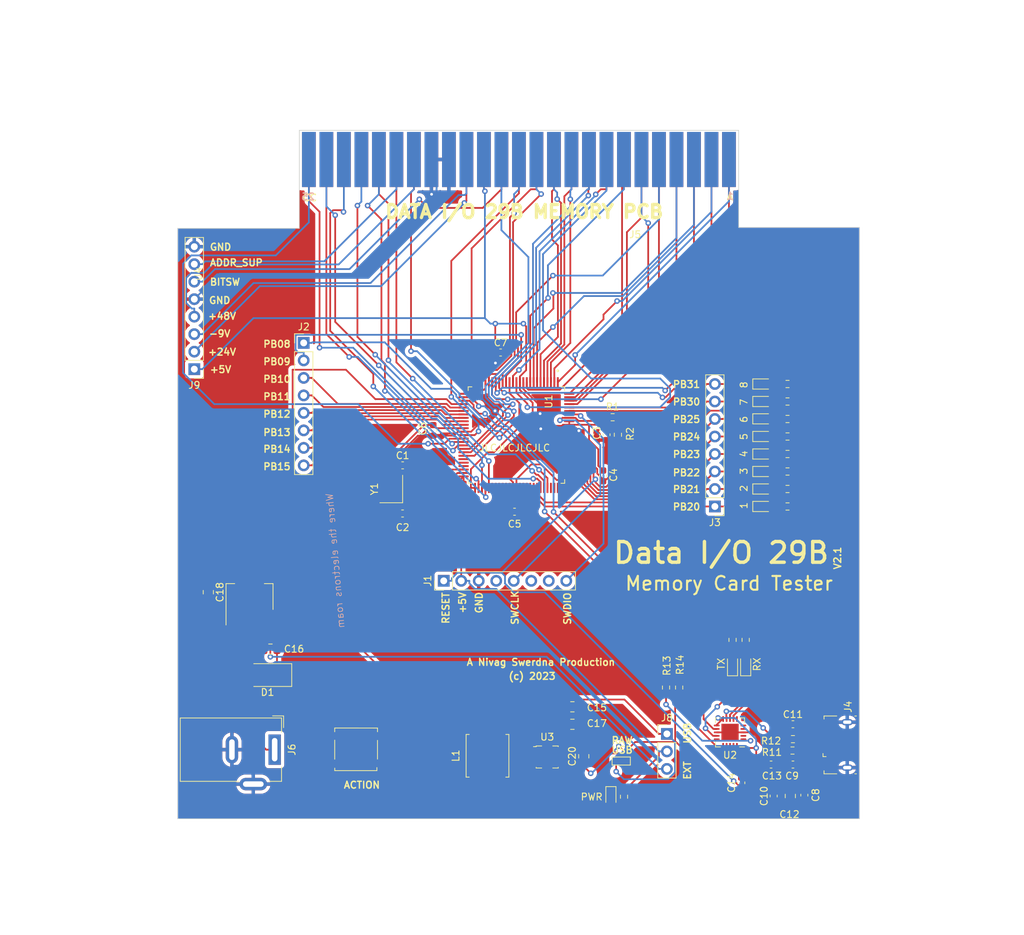
<source format=kicad_pcb>
(kicad_pcb (version 20221018) (generator pcbnew)
  (layers (0 "F.Cu" signal) (31 "B.Cu" signal) (34 "B.Paste" user) (35 "F.Paste" user) (36 "B.SilkS" user "B.Silkscreen") (37 "F.SilkS" user "F.Silkscreen") (38 "B.Mask" user) (39 "F.Mask" user) (44 "Edge.Cuts" user))
  (net 0 "")
  (net 1 "XIN")
  (net 2 "GND")
  (net 3 "XOUT")
  (net 4 "+5V")
  (net 5 "USB_PWR")
  (net 6 "Net-(J4-D-)")
  (net 7 "Net-(J4-D+)")
  (net 8 "Net-(U2-3V3OUT)")
  (net 9 "MCU_RESET")
  (net 10 "Net-(U2-~{DTR})")
  (net 11 "USB_5V")
  (net 12 "EXT_5V")
  (net 13 "Net-(D1-A)")
  (net 15 "SWCLK")
  (net 18 "SWDIO")
  (net 19 "Net-(J2-Pin_1)")
  (net 20 "Net-(J2-Pin_2)")
  (net 21 "Net-(J2-Pin_3)")
  (net 22 "Net-(J2-Pin_4)")
  (net 23 "Net-(J2-Pin_5)")
  (net 24 "Net-(J2-Pin_6)")
  (net 25 "Net-(J2-Pin_7)")
  (net 26 "Net-(J2-Pin_8)")
  (net 27 "LED1")
  (net 28 "LED2")
  (net 29 "LED3")
  (net 30 "LED4")
  (net 31 "LED5")
  (net 32 "LED6")
  (net 33 "LED7")
  (net 34 "LED8")
  (net 35 "A0")
  (net 36 "A1")
  (net 37 "A2")
  (net 38 "A3")
  (net 39 "A4")
  (net 40 "A10")
  (net 41 "A12")
  (net 42 "A14")
  (net 43 "nPULSE")
  (net 44 "DO1")
  (net 45 "DO3")
  (net 46 "DO5")
  (net 47 "DO7")
  (net 48 "nVPULSE")
  (net 49 "-9V")
  (net 50 "+48V")
  (net 51 "ADDR_SUP")
  (net 52 "C1")
  (net 53 "C2")
  (net 54 "nC3")
  (net 55 "nC7")
  (net 56 "nV02")
  (net 57 "A5")
  (net 59 "A6")
  (net 60 "P1nP0")
  (net 61 "A7")
  (net 62 "RnW")
  (net 63 "A8")
  (net 64 "A9")
  (net 65 "A11")
  (net 66 "A13")
  (net 67 "A15")
  (net 68 "OVER_C")
  (net 69 "DO2")
  (net 70 "DO4")
  (net 71 "DO6")
  (net 72 "DO8")
  (net 73 "BITSW")
  (net 74 "+24V")
  (net 75 "GATE_ENABLE")
  (net 76 "nC11")
  (net 77 "nC4")
  (net 79 "Net-(U3-L1)")
  (net 80 "Net-(U3-L2)")
  (net 81 "Net-(LED1-A)")
  (net 82 "Net-(LED2-A)")
  (net 83 "Net-(LED3-A)")
  (net 84 "Net-(LED4-A)")
  (net 85 "Net-(LED5-A)")
  (net 86 "Net-(LED6-A)")
  (net 87 "Net-(LED7-A)")
  (net 88 "Net-(LED8-A)")
  (net 89 "Net-(LED9-K)")
  (net 90 "Net-(LED9-A)")
  (net 91 "Net-(LED10-K)")
  (net 92 "Net-(LED10-A)")
  (net 93 "Net-(LED11-A)")
  (net 94 "Net-(U2-USBDM)")
  (net 95 "Net-(U2-USBDP)")
  (net 96 "SW1")
  (net 97 "Net-(U2-RXD)")
  (net 104 "Net-(U2-TXD)")
  (net 106 "RX")
  (net 107 "TX")
  (net 132 "Net-(D1-K)")
  (footprint "Connector_PinHeader_2.54mm:PinHeader_1x08_P2.54mm_Vertical" (layer "F.Cu") (at 79.375 91.44 180)
    (fp_text reference "J9")
    (fp_text value "Conn_01x08")
  )
  (footprint "LED_SMD:LED_0603_1608Metric" (layer "F.Cu") (at 139.827 153.543 -90)
    (fp_text reference "LED11" hide)
    (fp_text value "PWR")
  )
  (footprint "Resistor_SMD:R_0603_1608Metric" (layer "F.Cu") (at 140.843 100.965 -90)
    (fp_text reference "R2")
    (fp_text value "10k")
  )
  (footprint "project-common:QFP50P1600X1600X120-100N" (layer "F.Cu") (at 126.119 101.015 -90)
    (fp_text reference "U1")
    (fp_text value "ATSAMC21N18A-ANT")
  )
  (footprint "Connector_PinHeader_2.54mm:PinHeader_1x08_P2.54mm_Vertical" (layer "F.Cu") (at 115.57 122.174 90)
    (fp_text reference "J1")
    (fp_text value "Conn_01x08")
  )
  (footprint "project-common:USB_Micro-B_10118193" (layer "F.Cu") (at 174.117 145.993 90)
    (fp_text reference "J4")
    (fp_text value "USB_B_Micro")
  )
  (footprint "Resistor_SMD:R_0603_1608Metric" (layer "F.Cu") (at 140.081 98.425 180)
    (fp_text reference "R1")
    (fp_text value "10k")
  )
  (footprint "LED_SMD:LED_0603_1608Metric_Pad1.05x0.95mm_HandSolder" (layer "F.Cu") (at 159.385 134.303 90)
    (fp_text reference "LED10" hide)
    (fp_text value "RX")
  )
  (footprint "project-common:TACTILE_SW" (layer "F.Cu") (at 102.743 146.558)
    (fp_text reference "SW1" hide)
    (fp_text value "Tactile_Switch")
  )
  (footprint "Capacitor_SMD:C_0603_1608Metric" (layer "F.Cu") (at 163.449 153.416 90)
    (fp_text reference "C10")
    (fp_text value "100n")
  )
  (footprint "Capacitor_SMD:C_0805_2012Metric" (layer "F.Cu") (at 134.239 143.002)
    (fp_text reference "C17")
    (fp_text value "22u")
  )
  (footprint "Inductor_SMD:L_Bourns_SRN6045TA" (layer "F.Cu") (at 121.92 147.574 90)
    (fp_text reference "L1")
    (fp_text value "4.7u")
  )
  (footprint "Resistor_SMD:R_0603_1608Metric" (layer "F.Cu") (at 147.828 137.668 -90)
    (fp_text reference "R14")
    (fp_text value "1k")
  )
  (footprint "Capacitor_SMD:C_0603_1608Metric" (layer "F.Cu") (at 158.75 151.498 90)
    (fp_text reference "C14")
    (fp_text value "100n")
  )
  (footprint "Resistor_SMD:R_0603_1608Metric" (layer "F.Cu") (at 165.4555 93.599)
    (fp_text reference "R10" hide)
    (fp_text value "10k")
  )
  (footprint "Connector_PinHeader_2.54mm:PinHeader_1x08_P2.54mm_Vertical" (layer "F.Cu") (at 154.9145 111.379 180)
    (fp_text reference "J3")
    (fp_text value "Conn_01x08")
  )
  (footprint "Capacitor_SMD:C_0603_1608Metric" (layer "F.Cu") (at 114.046 100.33 -90)
    (fp_text reference "C6")
    (fp_text value "1u")
  )
  (footprint "Capacitor_SMD:C_0603_1608Metric" (layer "F.Cu") (at 109.609 105.411)
    (fp_text reference "C1")
    (fp_text value "8p")
  )
  (footprint "Resistor_SMD:R_0603_1608Metric" (layer "F.Cu") (at 165.4555 96.139)
    (fp_text reference "R8" hide)
    (fp_text value "10k")
  )
  (footprint "Package_DFN_QFN:QFN-20-1EP_4x4mm_P0.5mm_EP2.5x2.5mm" (layer "F.Cu") (at 157.115 144.1775 180)
    (fp_text reference "U2")
    (fp_text value "FT231XQ")
  )
  (footprint "Connector_PinHeader_2.54mm:PinHeader_1x08_P2.54mm_Vertical" (layer "F.Cu") (at 95.25 87.63)
    (fp_text reference "J2")
    (fp_text value "Conn_01x08")
  )
  (footprint "Crystal:Crystal_SMD_3225-4Pin_3.2x2.5mm" (layer "F.Cu") (at 107.958 108.84 90)
    (fp_text reference "Y1")
    (fp_text value "16MHz")
  )
  (footprint "LED_SMD:LED_0603_1608Metric" (layer "F.Cu") (at 161.8995 103.759)
    (fp_text reference "LED4" hide)
    (fp_text value "4")
  )
  (footprint "Capacitor_SMD:C_0603_1608Metric" (layer "F.Cu") (at 163.068 148.844 180)
    (fp_text reference "C13")
    (fp_text value "100n")
  )
  (footprint "project-common:DC10A" (layer "F.Cu") (at 91.036 146.685 -90)
    (fp_text reference "J6")
    (fp_text value "Barrel_Jack_Switch")
  )
  (footprint "Resistor_SMD:R_0603_1608Metric" (layer "F.Cu") (at 166.243 145.161)
    (fp_text reference "R12")
    (fp_text value "27")
  )
  (footprint "Diode_SMD:D_SMA" (layer "F.Cu") (at 90.002 135.857 180)
    (fp_text reference "D1")
    (fp_text value "M7")
  )
  (footprint "Capacitor_SMD:C_0805_2012Metric" (layer "F.Cu") (at 134.239 140.462)
    (fp_text reference "C15")
    (fp_text value "22u")
  )
  (footprint "Resistor_SMD:R_0603_1608Metric" (layer "F.Cu") (at 165.4555 103.759)
    (fp_text reference "R9" hide)
    (fp_text value "10k")
  )
  (footprint "LED_SMD:LED_0603_1608Metric" (layer "F.Cu") (at 161.8995 96.139)
    (fp_text reference "LED7" hide)
    (fp_text value "7")
  )
  (footprint "Connector_PinHeader_2.54mm:PinHeader_1x03_P2.54mm_Vertical" (layer "F.Cu") (at 147.955 144.399)
    (fp_text reference "J8")
    (fp_text value "PWR_SELECT")
  )
  (footprint "Capacitor_SMD:C_0603_1608Metric" (layer "F.Cu") (at 139.192 100.965 -90)
    (fp_text reference "C3")
    (fp_text value ".1u")
  )
  (footprint "project-common:JP1_Arrow" (layer "F.Cu") (at 141.3255 148.336 180)
    (fp_text reference "J7" hide)
    (fp_text value "USB_RAW")
  )
  (footprint "Resistor_SMD:R_0603_1608Metric" (layer "F.Cu") (at 165.4555 101.219)
    (fp_text reference "R4" hide)
    (fp_text value "10k")
  )
  (footprint "Capacitor_SMD:C_0603_1608Metric" (layer "F.Cu") (at 125.844 112.141 180)
    (fp_text reference "C5")
    (fp_text value ".1u")
  )
  (footprint "project-common:DATAIO_MEMORY_CONNECTOR" (layer "F.Cu") (at 126.4785 61)
    (fp_text reference "J5")
    (fp_text value "MEMORY CARD")
  )
  (footprint "Resistor_SMD:R_0603_1608Metric" (layer "F.Cu") (at 165.4555 106.299)
    (fp_text reference "R7" hide)
    (fp_text value "10k")
  )
  (footprint "Capacitor_SMD:C_0603_1608Metric" (layer "F.Cu") (at 109.596 112.396)
    (fp_text reference "C2")
    (fp_text value "8p")
  )
  (footprint "Capacitor_SMD:C_0603_1608Metric" (layer "F.Cu") (at 166.243 143.002)
    (fp_text reference "C11")
    (fp_text value "47p")
  )
  (footprint "Capacitor_SMD:C_0603_1608Metric" (layer "F.Cu") (at 123.825 89.027)
    (fp_text reference "C7")
    (fp_text value ".1u")
  )
  (footprint "Capacitor_SMD:C_0603_1608Metric" (layer "F.Cu") (at 138.684 106.934 -90)
    (fp_text reference "C4")
    (fp_text value ".1u")
  )
  (footprint "Capacitor_SMD:C_0603_1608Metric" (layer "F.Cu") (at 166.243 148.844)
    (fp_text reference "C9")
    (fp_text value "47p")
  )
  (footprint "Capacitor_SMD:C_0805_2012Metric" (layer "F.Cu") (at 81.407 123.825 -90)
    (fp_text reference "C18")
    (fp_text value "22u")
  )
  (footprint "LED_SMD:LED_0603_1608Metric" (layer "F.Cu") (at 161.8995 93.599)
    (fp_text reference "LED8" hide)
    (fp_text value "8")
  )
  (footprint "Resistor_SMD:R_0603_1608Metric" (layer "F.Cu") (at 141.732 153.5175 90)
    (fp_text reference "R17" hide)
    (fp_text value "1k")
  )
  (footprint "Resistor_SMD:R_0603_1608Metric" (layer "F.Cu") (at 166.179 146.812)
    (fp_text reference "R11")
    (fp_text value "27")
  )
  (footprint "LED_SMD:LED_0603_1608Metric" (layer "F.Cu") (at 161.8995 101.219)
    (fp_text reference "LED5" hide)
    (fp_text value "5")
  )
  (footprint "LED_SMD:LED_0603_1608Metric" (layer "F.Cu") (at 161.8995 111.379)
    (fp_text reference "LED1" hide)
    (fp_text value "1")
  )
  (footprint "LED_SMD:LED_0603_1608Metric" (layer "F.Cu") (at 161.8995 108.839)
    (fp_text reference "LED2" hide)
    (fp_text value "2")
  )
  (footprint "Package_TO_SOT_SMD:SOT-223-3_TabPin2" (layer "F.Cu") (at 87.39 124.485 90)
    (fp_text reference "U4")
    (fp_text value "AP1117-50")
  )
  (footprint "Resistor_SMD:R_0603_1608Metric" (layer "F.Cu") (at 165.4555 108.839)
    (fp_text reference "R5" hide)
    (fp_text value "10k")
  )
  (footprint "Resistor_SMD:R_0603_1608Metric" (layer "F.Cu") (at 165.4555 98.679)
    (fp_text reference "R6" hide)
    (fp_text value "10k")
  )
  (footprint "LED_SMD:LED_0603_1608Metric_Pad1.05x0.95mm_HandSolder" (layer "F.Cu") (at 157.48 134.303 90)
    (fp_text reference "LED9" hide)
    (fp_text value "TX")
  )
  (footprint "LED_SMD:LED_0603_1608Metric" (layer "F.Cu") (at 161.8995 106.299)
    (fp_text reference "LED3" hide)
    (fp_text value "3")
  )
  (footprint "Capacitor_SMD:C_0805_2012Metric" (layer "F.Cu") (at 135.89 147.64 90)
    (fp_text reference "C20")
    (fp_text value "22u")
  )
  (footprint "Resistor_SMD:R_0603_1608Metric" (layer "F.Cu") (at 159.385 130.747 90)
    (fp_text reference "R16" hide)
    (fp_text value "1k")
  )
  (footprint "Capacitor_SMD:C_0805_2012Metric" (layer "F.Cu") (at 90.424 132.08 180)
    (fp_text reference "C16")
    (fp_text value "10u 16V")
  )
  (footprint "Resistor_SMD:R_0603_1608Metric" (layer "F.Cu") (at 165.4555 111.379)
    (fp_text reference "R3" hide)
    (fp_text value "10k")
  )
  (footprint "Resistor_SMD:R_0603_1608Metric" (layer "F.Cu") (at 149.733 137.668 90)
    (fp_text reference "R13")
    (fp_text value "1k")
  )
  (footprint "Capacitor_SMD:C_0603_1608Metric" (layer "F.Cu") (at 167.894 153.289 90)
    (fp_text reference "C8")
    (fp_text value "10n")
  )
  (footprint "Package_SON:VSON-10-1EP_3x3mm_P0.5mm_EP1.65x2.4mm" (layer "F.Cu") (at 130.5875 147.747)
    (fp_text reference "U3")
    (fp_text value "TPS63002DRCT")
  )
  (footprint "Resistor_SMD:R_0603_1608Metric" (layer "F.Cu") (at 157.48 130.747 90)
    (fp_text reference "R15" hide)
    (fp_text value "1k")
  )
  (footprint "Capacitor_SMD:C_0805_2012Metric" (layer "F.Cu") (at 165.862 153.416 90)
    (fp_text reference "C12")
    (fp_text value "10u")
  )
  (footprint "LED_SMD:LED_0603_1608Metric" (layer "F.Cu") (at 161.8995 98.656)
    (fp_text reference "LED6" hide)
    (fp_text value "6")
  )
  (gr_line (start 175.895 70.866) (end 158.369 70.866) (stroke (width 0.1)) (layer "Edge.Cuts"))
  (gr_line (start 158.369 56.769) (end 158.369 70.866) (stroke (width 0.1)) (layer "Edge.Cuts"))
  (gr_line (start 76.962 71.0005) (end 76.962 156.718) (stroke (width 0.1)) (layer "Edge.Cuts"))
  (gr_line (start 94.615 56.769) (end 158.369 56.769) (stroke (width 0.1)) (layer "Edge.Cuts"))
  (gr_line (start 94.615 71.0005) (end 94.615 56.769) (stroke (width 0.1)) (layer "Edge.Cuts"))
  (gr_line (start 76.962 156.718) (end 175.895 156.718) (stroke (width 0.1)) (layer "Edge.Cuts"))
  (gr_line (start 94.615 71.0005) (end 76.962 71.0005) (stroke (width 0.1)) (layer "Edge.Cuts"))
  (gr_line (start 175.895 70.866) (end 175.895 156.718) (stroke (width 0.1)) (layer "Edge.Cuts"))
  (gr_text "Where the electrons roam" (at 99.822 119.253 -265) (layer "B.SilkS") (effects (font (size 1 1) (thickness 0.1)) (justify mirror)))
  (gr_text "EXT" (at 151.511 151.13 90) (layer "F.SilkS") (effects (font (size 1 1) (thickness 0.2) bold) (justify left bottom)))
  (gr_text "+48V" (at 81.28 84.328) (layer "F.SilkS") (effects (font (size 1 1) (thickness 0.2) bold) (justify left bottom)))
  (gr_text "V2.1" (at 172.72 118.872 90) (layer "F.SilkS") (effects (font (size 1 1) (thickness 0.2))))
  (gr_text "PB22" (at 148.717 107.061) (layer "F.SilkS") (effects (font (size 1 1) (thickness 0.2) bold) (justify left bottom)))
  (gr_text "PB14" (at 89.281 103.632) (layer "F.SilkS") (effects (font (size 1 1) (thickness 0.2) bold) (justify left bottom)))
  (gr_text "PB25" (at 148.717 99.314) (layer "F.SilkS") (effects (font (size 1 1) (thickness 0.2) bold) (justify left bottom)))
  (gr_text "Memory Card Tester" (at 156.972 122.555) (layer "F.SilkS") (effects (font (size 2 2) (thickness 0.3))))
  (gr_text "+24V" (at 81.28 89.535) (layer "F.SilkS") (effects (font (size 1 1) (thickness 0.2) bold) (justify left bottom)))
  (gr_text "PB21" (at 148.717 109.474) (layer "F.SilkS") (effects (font (size 1 1) (thickness 0.2) bold) (justify left bottom)))
  (gr_text "PB08" (at 89.281 88.392) (layer "F.SilkS") (effects (font (size 1 1) (thickness 0.2) bold) (justify left bottom)))
  (gr_text "SWCLK" (at 126.492 128.651 90) (layer "F.SilkS") (effects (font (size 1 1) (thickness 0.2) bold) (justify left bottom)))
  (gr_text "PB11" (at 89.281 96.012) (layer "F.SilkS") (effects (font (size 1 1) (thickness 0.2) bold) (justify left bottom)))
  (gr_text "+5V" (at 118.872 127 90) (layer "F.SilkS") (effects (font (size 1 1) (thickness 0.2) bold) (justify left bottom)))
  (gr_text "ADDR_SUP" (at 81.534 76.5675) (layer "F.SilkS") (effects (font (size 1 1) (thickness 0.2) bold) (justify left bottom)))
  (gr_text "PB23" (at 148.717 104.394) (layer "F.SilkS") (effects (font (size 1 1) (thickness 0.2) bold) (justify left bottom)))
  (gr_text "PB10" (at 89.281 93.472) (layer "F.SilkS") (effects (font (size 1 1) (thickness 0.2) bold) (justify left bottom)))
  (gr_text "A Nivag Swerdna Production" (at 129.667 133.985) (layer "F.SilkS") (effects (font (size 1 1) (thickness 0.2))))
  (gr_text "Data I/O 29B" (at 155.829 118.11) (layer "F.SilkS") (effects (font (size 3 3) (thickness 0.5))))
  (gr_text "PB30" (at 148.717 96.774) (layer "F.SilkS") (effects (font (size 1 1) (thickness 0.2) bold) (justify left bottom)))
  (gr_text "JLCJLCJLCJLC" (at 125.857 102.87) (layer "F.SilkS") (effects (font (size 1 1))))
  (gr_text "PB13" (at 89.281 101.219) (layer "F.SilkS") (effects (font (size 1 1) (thickness 0.2) bold) (justify left bottom)))
  (gr_text "PB12" (at 89.281 98.552) (layer "F.SilkS") (effects (font (size 1 1) (thickness 0.2) bold) (justify left bottom)))
  (gr_text "PB15" (at 89.281 106.172) (layer "F.SilkS") (effects (font (size 1 1) (thickness 0.2) bold) (justify left bottom)))
  (gr_text "PB09" (at 89.281 90.932) (layer "F.SilkS") (effects (font (size 1 1) (thickness 0.2) bold) (justify left bottom)))
  (gr_text "RAW" (at 139.827 145.923) (layer "F.SilkS") (effects (font (size 1 1) (thickness 0.2) bold) (justify left bottom)))
  (gr_text "GND" (at 81.407 82.042) (layer "F.SilkS") (effects (font (size 1 1) (thickness 0.2) bold) (justify left bottom)))
  (gr_text "RESET" (at 116.459 128.524 90) (layer "F.SilkS") (effects (font (size 1 1) (thickness 0.2) bold) (justify left bottom)))
  (gr_text "PB24" (at 148.717 101.854) (layer "F.SilkS") (effects (font (size 1 1) (thickness 0.2) bold) (justify left bottom)))
  (gr_text "+5V" (at 81.534 92.075) (layer "F.SilkS") (effects (font (size 1 1) (thickness 0.2) bold) (justify left bottom)))
  (gr_text "PB31" (at 148.717 94.234) (layer "F.SilkS") (effects (font (size 1 1) (thickness 0.2) bold) (justify left bottom)))
  (gr_text "GND" (at 121.285 127 90) (layer "F.SilkS") (effects (font (size 1 1) (thickness 0.2) bold) (justify left bottom)))
  (gr_text "USB" (at 139.827 147.32) (layer "F.SilkS") (effects (font (size 1 1) (thickness 0.2) bold) (justify left bottom)))
  (gr_text "SWDIO" (at 134.112 128.651 90) (layer "F.SilkS") (effects (font (size 1 1) (thickness 0.2) bold) (justify left bottom)))
  (gr_text "ACTION" (at 100.965 152.4) (layer "F.SilkS") (effects (font (size 1 1) (thickness 0.2) bold) (justify left bottom)))
  (gr_text "USB" (at 151.511 145.923 90) (layer "F.SilkS") (effects (font (size 1 1) (thickness 0.2) bold) (justify left bottom)))
  (gr_text "(c) 2023" (at 128.397 136.017) (layer "F.SilkS") (effects (font (size 1 1) (thickness 0.2))))
  (gr_text "BITSW" (at 81.534 79.375) (layer "F.SilkS") (effects (font (size 1 1) (thickness 0.2) bold) (justify left bottom)))
  (gr_text "GND" (at 81.534 74.295) (layer "F.SilkS") (effects (font (size 1 1) (thickness 0.2) bold) (justify left bottom)))
  (gr_text "PB20" (at 148.717 112.014) (layer "F.SilkS") (effects (font (size 1 1) (thickness 0.2) bold) (justify left bottom)))
  (gr_text "-9V" (at 81.407 86.868) (layer "F.SilkS") (effects (font (size 1 1) (thickness 0.2) bold) (justify left bottom)))
  (segment (start 108.808 107.74) (end 108.808 105.437) (width 0.25) (layer "F.Cu") (net 1))
  (segment (start 108.808 105.437) (end 108.834 105.411) (width 0.25) (layer "F.Cu") (net 1))
  (segment (start 109.6371 104.6079) (end 113.9835 104.6079) (width 0.25) (layer "F.Cu") (net 1))
  (segment (start 115.3906 106.015) (end 118.449 106.015) (width 0.25) (layer "F.Cu") (net 1))
  (segment (start 108.834 105.411) (end 109.6371 104.6079) (width 0.25) (layer "F.Cu") (net 1))
  (segment (start 113.9835 104.6079) (end 115.3906 106.015) (width 0.25) (layer "F.Cu") (net 1))
  (segment (start 106.1826 108.8866) (end 106.1826 111.0209) (width 0.25) (layer "F.Cu") (net 2))
  (segment (start 84.836 146.685) (end 84.836 144.3597) (width 0.25) (layer "F.Cu") (net 2))
  (segment (start 171.667 144.693) (end 172.4423 144.693) (width 0.25) (layer "F.Cu") (net 2))
  (segment (start 135.189 140.462) (end 135.189 143.002) (width 0.25) (layer "F.Cu") (net 2))
  (segment (start 80.3334 123.7014) (end 81.407 124.775) (width 0.25) (layer "F.Cu") (net 2))
  (segment (start 165.6159 143.1269) (end 166.5443 142.1985) (width 0.25) (layer "F.Cu") (net 2))
  (segment (start 166.5443 142.1985) (end 170.0472 142.1985) (width 0.25) (layer "F.Cu") (net 2))
  (segment (start 171.442 144.693) (end 171.9422 144.693) (width 0.25) (layer "F.Cu") (net 2))
  (segment (start 136.104756 103.339695) (end 137.535305 104.770244) (width 0.25) (layer "F.Cu") (net 2))
  (segment (start 120.619 92.3232) (end 120.619 93.345) (width 0.25) (layer "F.Cu") (net 2))
  (segment (start 85.8705 132.08) (end 85.8705 143.3252) (width 0.25) (layer "F.Cu") (net 2))
  (segment (start 119.5459 100.515) (end 121.4244 98.6365) (width 0.25) (layer "F.Cu") (net 2))
  (segment (start 108.848 113.6863) (end 111.7777 113.6863) (width 0.25) (layer "F.Cu") (net 2))
  (segment (start 133.731 155.0998) (end 119.1588 155.0998) (width 0.25) (layer "F.Cu") (net 2))
  (segment (start 137.546006 105.656696) (end 137.8503 105.96099) (width 0.25) (layer "F.Cu") (net 2))
  (segment (start 165.468 148.844) (end 166.1609 148.1511) (width 0.25) (layer "F.Cu") (net 2))
  (segment (start 116.713 152.654) (end 116.713 148.844) (width 0.25) (layer "F.Cu") (net 2))
  (segment (start 120.65 120.9987) (end 125.069 116.5797) (width 0.25) (layer "F.Cu") (net 2))
  (segment (start 79.375 73.66) (end 77.724 73.66) (width 0.25) (layer "F.Cu") (net 2))
  (segment (start 107.27928 148.6911) (end 116.5601 148.6911) (width 0.25) (layer "F.Cu") (net 2))
  (segment (start 138.43 146.685) (end 138.684 146.939) (width 0.25) (layer "F.Cu") (net 2))
  (segment (start 114.046 101.105) (end 111.8106 101.105) (width 0.25) (layer "F.Cu") (net 2))
  (segment (start 166.1609 148.1511) (end 166.1609 143.6719) (width 0.25) (layer "F.Cu") (net 2))
  (segment (start 117.620941 100.515) (end 117.043941 101.092) (width 0.25) (layer "F.Cu") (net 2))
  (segment (start 111.8106 101.105) (end 106.1826 106.733) (width 0.25) (layer "F.Cu") (net 2))
  (segment (start 117.043941 101.092) (end 114.059 101.092) (width 0.25) (layer "F.Cu") (net 2))
  (segment (start 79.375 81.28) (end 81.153 81.28) (width 0.25) (layer "F.Cu") (net 2))
  (segment (start 109.522 108.8866) (end 110.384 108.0246) (width 0.25) (layer "F.Cu") (net 2))
  (segment (start 133.789 100.015) (end 134.8073 100.015) (width 0.25) (layer "F.Cu") (net 2))
  (segment (start 130.5875 148.6217) (end 130.8375 148.6217) (width 0.25) (layer "F.Cu") (net 2))
  (segment (start 138.684 107.709) (end 138.684 107.4421) (width 0.25) (layer "F.Cu") (net 2))
  (segment (start 139.954 102.502) (end 139.192 101.74) (width 0.25) (layer "F.Cu") (net 2))
  (segment (start 77.724 73.66) (end 77.724 81.28) (width 0.25) (layer "F.Cu") (net 2))
  (segment (start 155.1775 144.1775) (end 157.115 144.1775) (width 0.25) (layer "F.Cu") (net 2))
  (segment (start 85.09 128.9603) (end 85.8705 129.7408) (width 0.25) (layer "F.Cu") (net 2))
  (segment (start 106.1826 111.0209) (end 108.848 113.6863) (width 0.25) (layer "F.Cu") (net 2))
  (segment (start 159.9275 144.1775) (end 159.0525 144.1775) (width 0.25) (layer "F.Cu") (net 2))
  (segment (start 174.117 147.193) (end 174.117 145.9177) (width 0.25) (layer "F.Cu") (net 2))
  (segment (start 80.3334 122.3416) (end 80.3334 123.7014) (width 0.25) (layer "F.Cu") (net 2))
  (segment (start 122.3907 90.5515) (end 120.619 92.3232) (width 0.25) (layer "F.Cu") (net 2))
  (segment (start 135.89 146.69) (end 135.89 143.703) (width 0.25) (layer "F.Cu") (net 2))
  (segment (start 120.65 123.3493) (end 120.65 122.174) (width 0.25) (layer "F.Cu") (net 2))
  (segment (start 135.333 146.69) (end 134.776 147.247) (width 0.25) (layer "F.Cu") (net 2))
  (segment (start 139.954 106.68) (end 139.954 102.502) (width 0.25) (layer "F.Cu") (net 2))
  (segment (start 109.522 108.8866) (end 110.371 109.7356) (width 0.25) (layer "F.Cu") (net 2))
  (segment (start 130.8375 147.497) (end 130.5875 147.747) (width 0.25) (layer "F.Cu") (net 2))
  (segment (start 85.8705 132.08) (end 89.474 132.08) (width 0.25) (layer "F.Cu") (net 2))
  (segment (start 125.069 112.141) (end 125.619 111.591) (width 0.25) (layer "F.Cu") (net 2))
  (segment (start 165.6159 143.1269) (end 165.5929 143.1269) (width 0.25) (layer "F.Cu") (net 2))
  (segment (start 85.8705 143.3252) (end 84.836 144.3597) (width 0.25) (layer "F.Cu") (net 2))
  (segment (start 107.2793 148.6911) (end 98.3793 148.6911) (width 0.25) (layer "F.Cu") (net 2))
  (segment (start 136.104756 101.312456) (end 136.104756 103.339695) (width 0.25) (layer "F.Cu") (net 2))
  (segment (start 171.9422 144.693) (end 172.1926 144.693) (width 0.25) (layer "F.Cu") (net 2))
  (segment (start 110.384 108.0246) (end 110.384 105.411) (width 0.25) (layer "F.Cu") (net 2))
  (segment (start 163.843 148.093) (end 159.9275 144.1775) (width 0.25) (layer "F.Cu") (net 2))
  (segment (start 138.684 146.939) (end 138.684 149.7625) (width 0.25) (layer "F.Cu") (net 2))
  (segment (start 171.667 142.793) (end 170.6417 142.793) (width 0.25) (layer "F.Cu") (net 2))
  (segment (start 110.371 109.7356) (end 110.371 112.396) (width 0.25) (layer "F.Cu") (net 2))
  (segment (start 118.449 100.515) (end 117.620941 100.515) (width 0.25) (layer "F.Cu") (net 2))
  (segment (start 116.713 127.2863) (end 120.65 123.3493) (width 0.25) (layer "F.Cu") (net 2))
  (segment (start 162.5402 155.0998) (end 133.731 155.0998) (width 0.25) (layer "F.Cu") (net 2))
  (segment (start 125.619 111.591) (end 125.619 108.685) (width 0.25) (layer "F.Cu") (net 2))
  (segment (start 137.546006 105.65599) (end 137.546006 105.656696) (width 0.25) (layer "F.Cu") (net 2))
  (segment (start 138.684 107.4421) (end 138.6881 107.438) (width 0.25) (layer "F.Cu") (net 2))
  (segment (start 139.196 107.438) (end 139.954 106.68) (width 0.25) (layer "F.Cu") (net 2))
  (segment (start 129.6509 103.9551) (end 132.7108 107.015) (width 0.25) (layer "F.Cu") (net 2))
  (segment (start 130.8375 146.5346) (end 130.8375 147.247) (width 0.25) (layer "F.Cu") (net 2))
  (segment (start 171.442 144.693) (end 171.442 145.343) (width 0.25) (layer "F.Cu") (net 2))
  (segment (start 125.222 106.299) (end 125.222 107.459941) (width 0.25) (layer "F.Cu") (net 2))
  (segment (start 118.449 100.515) (end 119.5459 100.515) (width 0.25) (layer "F.Cu") (net 2))
  (segment (start 172.1926 144.693) (end 172.4423 144.693) (width 0.25) (layer "F.Cu") (net 2))
  (segment (start 111.7777 113.6863) (end 118.449 107.015) (width 0.25) (layer "F.Cu") (net 2))
  (segment (start 130.8375 147.247) (end 130.8375 147.497) (width 0.25) (layer "F.Cu") (net 2))
  (segment (start 167.894 154.064) (end 171.6397 150.3183) (width 0.25) (layer "F.Cu") (net 2))
  (segment (start 93.5101 151.685) (end 87.936 151.685) (width 0.25) (layer "F.Cu") (net 2))
  (segment (start 129.1125 147.747) (end 129.8628 147.747) (width 0.25) (layer "F.Cu") (net 2))
  (segment (start 138.6881 107.438) (end 139.196 107.438) (width 0.25) (layer "F.Cu") (net 2))
  (segment (start 137.8503 105.96099) (end 137.8503 106.6002) (width 0.25) (layer "F.Cu") (net 2))
  (segment (start 138.684 149.7625) (end 139.827 150.9055) (width 0.25) (layer "F.Cu") (net 2))
  (segment (start 129.8628 147.747) (end 130.5875 147.747) (width 0.25) (layer "F.Cu") (net 2))
  (segment (start 81.534 81.661) (end 81.534 121.141) (width 0.25) (layer "F.Cu") (net 2))
  (segment (start 134.8073 100.015) (end 135.1749 100.3826) (width 0.25) (layer "F.Cu") (net 2))
  (segment (start 163.449 154.191) (end 162.5402 155.0998) (width 0.25) (layer "F.Cu") (net 2))
  (segment (start 130.8375 146.197) (end 130.8375 146.5346) (width 0.25) (layer "F.Cu") (net 2))
  (segment (start 85.8705 129.7408) (end 85.8705 132.08) (width 0.25) (layer "F.Cu") (net 2))
  (segment (start 134.776 147.247) (end 132.0625 147.247) (width 0.25) (layer "F.Cu") (net 2))
  (segment (start 85.09 127.635) (end 84.5524 127.635) (width 0.25) (layer "F.Cu") (net 2))
  (segment (start 165.5929 143.1269) (end 165.468 143.002) (width 0.25) (layer "F.Cu") (net 2))
  (segment (start 129.6509 100.0997) (end 129.6509 103.9551) (width 0.25) (layer "F.Cu") (net 2))
  (segment (start 166.1609 143.6719) (end 165.6159 143.1269) (width 0.25) (layer "F.Cu") (net 2))
  (segment (start 114.059 101.092) (end 114.046 101.105) (width 0.25) (layer "F.Cu") (net 2))
  (segment (start 84.5524 127.635) (end 84.0147 127.635) (width 0.25) (layer "F.Cu") (net 2))
  (segment (start 174.117 144.793) (end 174.001 144.793) (width 0.25) (layer "F.Cu") (net 2))
  (segment (start 84.0147 127.635) (end 84.0147 127.3827) (width 0.25) (layer "F.Cu") (net 2))
  (segment (start 130.3375 149.297) (end 130.3375 148.6217) (width 0.25) (layer "F.Cu") (net 2))
  (segment (start 134.5185 152.7555) (end 133.731 153.543) (width 0.25) (layer "F.Cu") (net 2))
  (segment (start 98.3793 148.6911) (end 96.504 148.6911) (width 0.25) (layer "F.Cu") (net 2))
  (segment (start 135.895 146.685) (end 138.43 146.685) (width 0.25) (layer "F.Cu") (net 2))
  (segment (start 171.6397 150.3183) (end 171.667 150.3183) (width 0.25) (layer "F.Cu") (net 2))
  (segment (start 106.1826 106.733) (end 106.1826 108.8866) (width 0.25) (layer "F.Cu") (net 2))
  (segment (start 121.8628 98.6365) (end 123.013 97.4863) (width 0.25) (layer "F.Cu") (net 2))
  (segment (start 77.724 81.28) (end 79.375 81.28) (width 0.25) (layer "F.Cu") (net 2))
  (segment (start 130.5875 148.6217) (end 130.5875 147.747) (width 0.25) (layer "F.Cu") (net 2))
  (segment (start 171.667 149.193) (end 171.667 150.3183) (width 0.25) (layer "F.Cu") (net 2))
  (segment (start 113.7785 61) (end 113.7785 66.0265) (width 0.25) (layer "F.Cu") (net 2))
  (segment (start 84.0147 127.3827) (end 81.407 124.775) (width 0.25) (layer "F.Cu") (net 2))
  (segment (start 116.713 148.844) (end 116.713 127.2863) (width 0.25) (layer "F.Cu") (net 2))
  (segment (start 81.534 121.141) (end 80.3334 122.3416) (width 0.25) (layer "F.Cu") (net 2))
  (segment (start 139.827 152.7555) (end 134.5185 152.7555) (width 0.25) (layer "F.Cu") (net 2))
  (segment (start 130.8375 149.297) (end 130.8375 148.6217) (width 0.25) (layer "F.Cu") (net 2))
  (segment (start 171.667 149.193) (end 172.6923 149.193) (width 0.25) (layer "F.Cu") (net 2))
  (segment (start 165.468 148.844) (end 163.843 148.844) (width 0.25) (layer "F.Cu") (net 2))
  (segment (start 174.117 149.193) (end 172.6923 149.193) (width 0.25) (layer "F.Cu") (net 2))
  (segment (start 96.504 148.6911) (end 93.5101 151.685) (width 0.25) (layer "F.Cu") (net 2))
  (segment (start 137.535305 104.770244) (end 137.535305 105.645289) (width 0.25) (layer "F.Cu") (net 2))
  (segment (start 163.843 148.844) (end 163.843 148.093) (width 0.25) (layer "F.Cu") (net 2))
  (segment (start 129.5545 96.7606) (end 129.5545 97.8998) (width 0.25) (layer "F.Cu") (net 2))
  (segment (start 127.119 94.3251) (end 129.5545 96.7606) (width 0.25) (layer "F.Cu") (net 2))
  (segment (start 106.1826 108.8866) (end 109.522 108.8866) (width 0.25) (layer "F.Cu") (net 2))
  (segment (start 174.117 145.9177) (end 174.001 145.8017) (width 0.25) (layer "F.Cu") (net 2))
  (segment (start 135.89 143.703) (end 135.189 143.002) (width 0.25) (layer "F.Cu") (net 2))
  (segment (start 123.0755 90.5515) (end 122.3907 90.5515) (width 0.25) (layer "F.Cu") (net 2))
  (segment (start 171.667 142.793) (end 171.667 144.693) (width 0.25) (layer "F.Cu") (net 2))
  (segment (start 174.117 149.293) (end 174.117 149.193) (width 0.25) (layer "F.Cu") (net 2))
  (segment (start 174.001 145.8017) (end 174.001 144.793) (width 0.25) (layer "F.Cu") (net 2))
  (segment (start 172.7417 144.693) (end 172.8417 144.793) (width 0.25) (layer "F.Cu") (net 2))
  (segment (start 165.862 154.366) (end 167.592 154.366) (width 0.25) (layer "F.Cu") (net 2))
  (segment (start 133.731 153.543) (end 133.731 155.0998) (width 0.25) (layer "F.Cu") (net 2))
  (segment (start 167.592 154.366) (end 167.894 154.064) (width 0.25) (layer "F.Cu") (net 2))
  (segment (start 165.862 154.366) (end 163.624 154.366) (width 0.25) (layer "F.Cu") (net 2))
  (segment (start 174.117 149.193) (end 174.117 147.193) (width 0.25) (layer "F.Cu") (net 2))
  (segment (start 81.153 81.28) (end 81.534 81.661) (width 0.25) (layer "F.Cu") (net 2))
  (segment (start 130.8375 147.247) (end 131.3122 147.247) (width 0.25) (layer "F.Cu") (net 2))
  (segment (start 130.8375 146.197) (end 130.3375 146.197) (width 0.25) (layer "F.Cu") (net 2))
  (segment (start 135.1749 100.3826) (end 136.104756 101.312456) (width 0.25) (layer "F.Cu") (net 2))
  (segment (start 174.117 144.793) (end 174.117 142.693) (width 0.25) (layer "F.Cu") (net 2))
  (segment (start 119.1588 155.0998) (end 116.713 152.654) (width 0.25) (layer "F.Cu") (net 2))
  (segment (start 129.6509 103.9551) (end 127.5659 103.9551) (width 0.25) (layer "F.Cu") (net 2))
  (segment (start 135.89 146.69) (end 135.895 146.685) (width 0.25) (layer "F.Cu") (net 2))
  (segment (start 172.1926 144.693) (end 171.442 144.693) (width 0.25) (layer "F.Cu") (net 2))
  (segment (start 127.119 93.345) (end 127.119 94.3251) (width 0.25) (layer "F.Cu") (net 2))
  (segment (start 174.001 144.793) (end 172.8417 144.793) (width 0.25) (layer "F.Cu") (net 2))
  (segment (start 170.0472 142.1985) (end 170.6417 142.793) (width 0.25) (layer "F.Cu") (net 2))
  (segment (start 125.222 107.459941) (end 125.619 107.856941) (width 0.25) (layer "F.Cu") (net 2))
  (segment (start 157.115 144.1775) (end 159.0525 144.1775) (width 0.25) (layer "F.Cu") (net 2))
  (segment (start 124.6 89.027) (end 123.0755 90.5515) (width 0.25) (layer "F.Cu") (net 2))
  (segment (start 163.624 154.366) (end 163.449 154.191) (width 0.25) (layer "F.Cu") (net 2))
  (segment (start 121.4244 98.6365) (end 121.8628 98.6365) (width 0.25) (layer "F.Cu") (net 2))
  (segment (start 172.4423 144.693) (end 172.7417 144.693) (width 0.25) (layer "F.Cu") (net 2))
  (segment (start 113.7785 61) (end 116.3185 61) (width 0.25) (layer "F.Cu") (net 2))
  (segment (start 139.827 150.9055) (end 139.827 152.7555) (width 0.25) (layer "F.Cu") (net 2))
  (segment (start 132.7108 107.015) (end 133.789 107.015) (width 0.25) (layer "F.Cu") (net 2))
  (segment (start 125.069 116.5797) (end 125.069 112.141) (width 0.25) (layer "F.Cu") (net 2))
  (segment (start 137.535305 105.645289) (end 137.546006 105.65599) (width 0.25) (layer "F.Cu") (net 2))
  (segment (start 127.5659 103.9551) (end 125.222 106.299) (width 0.25) (layer "F.Cu") (net 2))
  (segment (start 116.5601 148.6911) (end 116.713 148.844) (width 0.25) (layer "F.Cu") (net 2))
  (segment (start 135.89 146.69) (end 135.333 146.69) (width 0.25) (layer "F.Cu") (net 2))
  (segment (start 132.0625 147.247) (end 131.3122 147.247) (width 0.25) (layer "F.Cu") (net 2))
  (segment (start 120.65 122.174) (end 120.65 120.9987) (width 0.25) (layer "F.Cu") (net 2))
  (segment (start 130.5875 148.6217) (end 130.3375 148.6217) (width 0.25) (layer "F.Cu") (net 2))
  (segment (start 113.7785 66.0265) (end 113.8053 66.0533) (width 0.25) (layer "F.Cu") (net 2))
  (segment (start 137.8503 106.6002) (end 138.6881 107.438) (width 0.25) (layer "F.Cu") (net 2))
  (segment (start 125.619 107.856941) (end 125.619 108.685) (width 0.25) (layer "F.Cu") (net 2))
  (segment (start 85.09 127.635) (end 85.09 128.9603) (width 0.25) (layer "F.Cu") (net 2))
  (via (at 113.8053 66.0533) (size 0.8) (drill 0.4) (layers "F.Cu" "B.Cu") (net 2))
  (via (at 123.013 97.4863) (size 0.8) (drill 0.4) (layers "F.Cu" "B.Cu") (net 2))
  (via (at 129.6509 100.0997) (size 0.8) (drill 0.4) (layers "F.Cu" "B.Cu") (net 2))
  (via (at 123.0755 90.5515) (size 0.8) (drill 0.4) (layers "F.Cu" "B.Cu") (net 2))
  (via (at 135.1749 100.3826) (size 0.8) (drill 0.4) (layers "F.Cu" "B.Cu") (net 2))
  (via (at 129.5545 97.8998) (size 0.8) (drill 0.4) (layers "F.Cu" "B.Cu") (net 2))
  (segment (start 129.6509 99.9078) (end 129.6509 100.0997) (width 0.25) (layer "B.Cu") (net 2))
  (segment (start 114.5333 66.0533) (end 113.8053 66.0533) (width 0.25) (layer "B.Cu") (net 2))
  (segment (start 83.0662 77.5888) (end 102.2698 77.5888) (width 0.25) (layer "B.Cu") (net 2))
  (segment (start 84.836 146.685) (end 84.836 149.0103) (width 0.25) (layer "B.Cu") (net 2))
  (segment (start 114.5333 65.3253) (end 114.5333 66.04) (width 0.25) (layer "B.Cu") (net 2))
  (segment (start 124.3823 98.8556) (end 123.013 97.4863) (width 0.25) (layer "B.Cu") (net 2))
  (segment (start 123.013 97.4863) (end 122.9144 97.4863) (width 0.25) (layer "B.Cu") (net 2))
  (segment (start 129.9338 100.3826) (end 129.6509 100.0997) (width 0.25) (layer "B.Cu") (net 2))
  (segment (start 113.7785 63.1626) (end 114.5333 63.9174) (width 0.25) (layer "B.Cu") (net 2))
  (segment (start 87.936 150.4597) (end 86.4866 149.0103) (width 0.25) (layer "B.Cu") (net 2))
  (segment (start 114.5333 63.9174) (end 114.5333 65.3253) (width 0.25) (layer "B.Cu") (net 2))
  (segment (start 128.5987 98.8556) (end 129.6509 99.9078) (width 0.25) (layer "B.Cu") (net 2))
  (segment (start 113.7785 61) (end 113.7785 63.1626) (width 0.25) (layer "B.Cu") (net 2))
  (segment (start 114.5333 66.04) (end 116.3185 66.04) (width 0.25) (layer "B.Cu") (net 2))
  (segment (start 79.375 81.28) (end 83.0662 77.5888) (width 0.25) (layer "B.Cu") (net 2))
  (segment (start 121.1762 95.7481) (end 121.1762 92.4508) (width 0.25) (layer "B.Cu") (net 2))
  (segment (start 122.9144 97.4863) (end 121.1762 95.7481) (width 0.25) (layer "B.Cu") (net 2))
  (segment (start 114.5333 65.3253) (end 114.5333 66.0533) (width 0.25) (layer "B.Cu") (net 2))
  (segment (start 121.1762 92.4508) (end 123.0755 90.5515) (width 0.25) (layer "B.Cu") (net 2))
  (segment (start 128.5987 98.8556) (end 129.5545 97.8998) (width 0.25) (layer "B.Cu") (net 2))
  (segment (start 87.936 151.685) (end 87.936 150.4597) (width 0.25) (layer "B.Cu") (net 2))
  (segment (start 135.1749 100.3826) (end 129.9338 100.3826) (width 0.25) (layer "B.Cu") (net 2))
  (segment (start 86.4866 149.0103) (end 84.836 149.0103) (width 0.25) (layer "B.Cu") (net 2))
  (segment (start 128.5987 98.8556) (end 124.3823 98.8556) (width 0.25) (layer "B.Cu") (net 2))
  (segment (start 102.2698 77.5888) (end 113.8053 66.0533) (width 0.25) (layer "B.Cu") (net 2))
  (segment (start 116.3185 66.04) (end 116.3185 61) (width 0.25) (layer "B.Cu") (net 2))
  (segment (start 110.8756 113.1988) (end 117.5594 106.515) (width 0.25) (layer "F.Cu") (net 3))
  (segment (start 117.5594 106.515) (end 118.449 106.515) (width 0.25) (layer "F.Cu") (net 3))
  (segment (start 108.808 109.94) (end 108.808 112.383) (width 0.25) (layer "F.Cu") (net 3))
  (segment (start 108.821 112.396) (end 109.6238 113.1988) (width 0.25) (layer "F.Cu") (net 3))
  (segment (start 109.6238 113.1988) (end 110.8756 113.1988) (width 0.25) (layer "F.Cu") (net 3))
  (segment (start 108.808 112.383) (end 108.821 112.396) (width 0.25) (layer "F.Cu") (net 3))
  (segment (start 166.2805 108.839) (end 166.2805 111.379) (width 0.25) (layer "F.Cu") (net 4))
  (segment (start 128.4744 97.8973) (end 130.2456 99.6685) (width 0.25) (layer "F.Cu") (net 4))
  (segment (start 166.2805 101.219) (end 166.2805 103.759) (width 0.25) (layer "F.Cu") (net 4))
  (segment (start 140.906 100.077) (end 140.906 98.425) (width 0.25) (layer "F.Cu") (net 4))
  (segment (start 121.3985 65.3253) (end 121.3985 65.4617) (width 0.25) (layer "F.Cu") (net 4))
  (segment (start 119.5094 105.9663) (end 121.971 103.5047) (width 0.25) (layer "F.Cu") (net 4))
  (segment (start 121.3985 61) (end 121.3985 65.3253) (width 0.25) (layer "F.Cu") (net 4))
  (segment (start 136.652 99.7282) (end 136.8652 99.515) (width 0.25) (layer "F.Cu") (net 4))
  (segment (start 127.5296 85.2323) (end 127.5296 91.5916) (width 0.25) (layer "F.Cu") (net 4))
  (segment (start 129.7056 105.2794) (end 128.2706 105.2794) (width 0.25) (layer "F.Cu") (net 4))
  (segment (start 136.652 101.727) (end 136.652 99.7282) (width 0.25) (layer "F.Cu") (net 4))
  (segment (start 119.5094 108.6487) (end 119.5094 105.9663) (width 0.25) (layer "F.Cu") (net 4))
  (segment (start 136.8652 99.515) (end 138.517 99.515) (width 0.25) (layer "F.Cu") (net 4))
  (segment (start 138.684 106.159) (end 137.995507 105.470507) (width 0.25) (layer "F.Cu") (net 4))
  (segment (start 134.849 106.746941) (end 134.849 107.3065) (width 0.25) (layer "F.Cu") (net 4))
  (segment (start 166.2805 106.299) (end 166.2805 108.839) (width 0.25) (layer "F.Cu") (net 4))
  (segment (start 126.119 107.431) (end 126.119 108.685) (width 0.25) (layer "F.Cu") (net 4))
  (segment (start 114.046 99.555) (end 112.6991 99.555) (width 0.25) (layer "F.Cu") (net 4))
  (segment (start 127.1308 84.8335) (end 127.5296 85.2323) (width 0.25) (layer "F.Cu") (net 4))
  (segment (start 146.7797 147.6448) (end 141.732 152.6925) (width 0.25) (layer "F.Cu") (net 4))
  (segment (start 126.619 92.5022) (end 126.619 93.345) (width 0.25) (layer "F.Cu") (net 4))
  (segment (start 128.4744 96.3174) (end 128.4744 97.8973) (width 0.25) (layer "F.Cu") (net 4))
  (segment (start 132.7187 99.6685) (end 132.8722 99.515) (width 0.25) (layer "F.Cu") (net 4))
  (segment (start 133.789 99.015) (end 133.789 99.515) (width 0.25) (layer "F.Cu") (net 4))
  (segment (start 134.6233 107.5322) (end 131.9584 107.5322) (width 0.25) (layer "F.Cu") (net 4))
  (segment (start 131.9584 107.5322) (end 129.7056 105.2794) (width 0.25) (layer "F.Cu") (net 4))
  (segment (start 123.05 89.027) (end 123.05 84.8335) (width 0.25) (layer "F.Cu") (net 4))
  (segment (start 120.119 108.685) (end 119.5457 108.685) (width 0.25) (layer "F.Cu") (net 4))
  (segment (start 138.517 99.515) (end 139.192 100.19) (width 0.25) (layer "F.Cu") (net 4))
  (segment (start 121.971 103.5047) (end 122.867 103.5047) (width 0.25) (layer "F.Cu") (net 4))
  (segment (start 118.11 110.1207) (end 118.11 114.1366) (width 0.25) (layer "F.Cu") (net 4))
  (segment (start 166.2805 96.139) (end 165.0701 97.3494) (width 0.25) (layer "F.Cu") (net 4))
  (segment (start 140.906 98.425) (end 153.2683 98.425) (width 0.25) (layer "F.Cu") (net 4))
  (segment (start 123.05 89.027) (end 120.119 91.958) (width 0.25) (layer "F.Cu") (net 4))
  (segment (start 132.9394 106.515) (end 132.7187 106.2943) (width 0.25) (layer "F.Cu") (net 4))
  (segment (start 133.789 106.515) (end 134.617059 106.515) (width 0.25) (layer "F.Cu") (net 4))
  (segment (start 133.789 99.515) (end 136.8652 99.515) (width 0.25) (layer "F.Cu") (net 4))
  (segment (start 153.2683 98.425) (end 154.2247 97.4686) (width 0.25) (layer "F.Cu") (net 4))
  (segment (start 119.5457 108.685) (end 119.5094 108.6487) (width 0.25) (layer "F.Cu") (net 4))
  (segment (start 137.995507 103.070507) (end 136.652 101.727) (width 0.25) (layer "F.Cu") (net 4))
  (segment (start 105.6892 106.5649) (end 105.6892 111.1644) (width 0.25) (layer "F.Cu") (net 4))
  (segment (start 132.7187 106.2943) (end 132.7187 99.6685) (width 0.25) (layer "F.Cu") (net 4))
  (segment (start 121.3985 65.4617) (end 121.5452 65.6084) (width 0.25) (layer "F.Cu") (net 4))
  (segment (start 128.2706 105.2794) (end 126.119 107.431) (width 0.25) (layer "F.Cu") (net 4))
  (segment (start 166.2805 106.299) (end 166.2805 103.759) (width 0.25) (layer "F.Cu") (net 4))
  (segment (start 126.619 93.345) (end 126.619 94.462) (width 0.25) (layer "F.Cu") (net 4))
  (segment (start 130.2456 99.6685) (end 132.7187 99.6685) (width 0.25) (layer "F.Cu") (net 4))
  (segment (start 118.11 120.9987) (end 118.11 114.1366) (width 0.25) (layer "F.Cu") (net 4))
  (segment (start 105.6892 111.1644) (end 108.6614 114.1366) (width 0.25) (layer "F.Cu") (net 4))
  (segment (start 127.5296 91.5916) (end 126.619 92.5022) (width 0.25) (layer "F.Cu") (net 4))
  (segment (start 120.119 91.958) (end 120.119 93.345) (width 0.25) (layer "F.Cu") (net 4))
  (segment (start 112.6991 99.555) (end 105.6892 106.5649) (width 0.25) (layer "F.Cu") (net 4))
  (segment (start 165.0701 97.3494) (end 165.0701 97.4686) (width 0.25) (layer "F.Cu") (net 4))
  (segment (start 133.789 106.515) (end 132.9394 106.515) (width 0.25) (layer "F.Cu") (net 4))
  (segment (start 140.793 100.19) (end 140.843 100.14) (width 0.25) (layer "F.Cu") (net 4))
  (segment (start 114.506 100.015) (end 118.449 100.015) (width 0.25) (layer "F.Cu") (net 4))
  (segment (start 139.192 100.19) (end 140.793 100.19) (width 0.25) (layer "F.Cu") (net 4))
  (segment (start 126.619 112.141) (end 126.119 111.641) (width 0.25) (layer "F.Cu") (net 4))
  (segment (start 126.119 111.641) (end 126.119 108.685) (width 0.25) (layer "F.Cu") (net 4))
  (segment (start 140.843 100.14) (end 140.906 100.077) (width 0.25) (layer "F.Cu") (net 4))
  (segment (start 147.955 146.939) (end 146.7797 146.939) (width 0.25) (layer "F.Cu") (net 4))
  (segment (start 165.0701 97.4686) (end 166.2805 98.679) (width 0.25) (layer "F.Cu") (net 4))
  (segment (start 122.867 103.5047) (end 128.4744 97.8973) (width 0.25) (layer "F.Cu") (net 4))
  (segment (start 134.617059 106.515) (end 134.849 106.746941) (width 0.25) (layer "F.Cu") (net 4))
  (segment (start 134.849 107.3065) (end 134.6233 107.5322) (width 0.25) (layer "F.Cu") (net 4))
  (segment (start 132.8722 99.515) (end 133.789 99.515) (width 0.25) (layer "F.Cu") (net 4))
  (segment (start 154.2247 97.4686) (end 165.0701 97.4686) (width 0.25) (layer "F.Cu") (net 4))
  (segment (start 126.619 94.462) (end 128.4744 96.3174) (width 0.25) (layer "F.Cu") (net 4))
  (segment (start 166.2805 93.599) (end 166.2805 96.139) (width 0.25) (layer "F.Cu") (net 4))
  (segment (start 146.7797 146.939) (end 146.7797 147.6448) (width 0.25) (layer "F.Cu") (net 4))
  (segment (start 119.5457 108.685) (end 118.11 110.1207) (width 0.25) (layer "F.Cu") (net 4))
  (segment (start 166.2805 101.219) (end 166.2805 98.679) (width 0.25) (layer "F.Cu") (net 4))
  (segment (start 118.11 122.174) (end 118.11 120.9987) (width 0.25) (layer "F.Cu") (net 4))
  (segment (start 137.995507 105.470507) (end 137.995507 103.070507) (width 0.25) (layer "F.Cu") (net 4))
  (segment (start 114.046 99.555) (end 114.506 100.015) (width 0.25) (layer "F.Cu") (net 4))
  (segment (start 108.6614 114.1366) (end 118.11 114.1366) (width 0.25) (layer "F.Cu") (net 4))
  (via (at 123.05 84.8335) (size 0.8) (drill 0.4) (layers "F.Cu" "B.Cu") (net 4))
  (via (at 127.1308 84.8335) (size 0.8) (drill 0.4) (layers "F.Cu" "B.Cu") (net 4))
  (via (at 121.5452 65.6084) (size 0.8) (drill 0.4) (layers "F.Cu" "B.Cu") (net 4))
  (segment (start 87.9569 84.0334) (end 121.5452 84.0334) (width 0.25) (layer "B.Cu") (net 4))
  (segment (start 146.7797 146.939) (end 123.19 123.3493) (width 0.25) (layer "B.Cu") (net 4))
  (segment (start 80.5503 91.44) (end 87.9569 84.0334) (width 0.25) (layer "B.Cu") (net 4))
  (segment (start 123.05 84.8335) (end 127.1308 84.8335) (width 0.25) (layer "B.Cu") (net 4))
  (segment (start 118.11 122.174) (end 119.2853 122.174) (width 0.25) (layer "B.Cu") (net 4))
  (segment (start 121.5452 65.6084) (end 121.5452 84.0334) (width 0.25) (layer "B.Cu") (net 4))
  (segment (start 121.3985 65.3253) (end 121.5452 65.472) (width 0.25) (layer "B.Cu") (net 4))
  (segment (start 119.2853 122.5414) (end 119.2853 122.174) (width 0.25) (layer "B.Cu") (net 4))
  (segment (start 122.3453 84.8335) (end 121.5452 84.0334) (width 0.25) (layer "B.Cu") (net 4))
  (segment (start 121.3985 61) (end 121.3985 65.3253) (width 0.25) (layer "B.Cu") (net 4))
  (segment (start 79.375 91.44) (end 80.5503 91.44) (width 0.25) (layer "B.Cu") (net 4))
  (segment (start 147.955 146.939) (end 146.7797 146.939) (width 0.25) (layer "B.Cu") (net 4))
  (segment (start 120.0932 123.3493) (end 119.2853 122.5414) (width 0.25) (layer "B.Cu") (net 4))
  (segment (start 121.5452 65.472) (end 121.5452 65.6084) (width 0.25) (layer "B.Cu") (net 4))
  (segment (start 123.19 123.3493) (end 120.0932 123.3493) (width 0.25) (layer "B.Cu") (net 4))
  (segment (start 123.05 84.8335) (end 122.3453 84.8335) (width 0.25) (layer "B.Cu") (net 4))
  (segment (start 167.846 152.466) (end 167.894 152.514) (width 0.25) (layer "F.Cu") (net 5))
  (segment (start 167.846 152.466) (end 167.846 149.8887) (width 0.25) (layer "F.Cu") (net 5))
  (segment (start 132.4377 148.247) (end 132.5906 148.247) (width 0.25) (layer "F.Cu") (net 5))
  (segment (start 132.0625 148.747) (end 132.8128 148.747) (width 0.25) (layer "F.Cu") (net 5))
  (segment (start 149.1501 139.2122) (end 148.8793 138.9414) (width 0.25) (layer "F.Cu") (net 5))
  (segment (start 171.442 147.293) (end 170.4417 147.293) (width 0.25) (layer "F.Cu") (net 5))
  (segment (start 149.1501 145.4418) (end 156.7576 153.0493) (width 0.25) (layer "F.Cu") (net 5))
  (segment (start 149.0175 145.5744) (end 143.3506 145.5744) (width 0.25) (layer "F.Cu") (net 5))
  (segment (start 130.0001 149.9724) (end 129.1125 149.0848) (width 0.25) (layer "F.Cu") (net 5))
  (segment (start 132.8128 148.4692) (end 132.8128 148.747) (width 0.25) (layer "F.Cu") (net 5))
  (segment (start 154.7014 143.6775) (end 155.1775 143.6775) (width 0.25) (layer "F.Cu") (net 5))
  (segment (start 135.89 149.098) (end 136.906 150.114) (width 0.25) (layer "F.Cu") (net 5))
  (segment (start 135.128 148.747) (end 135.733 148.747) (width 0.25) (layer "F.Cu") (net 5))
  (segment (start 163.624 152.466) (end 163.449 152.641) (width 0.25) (layer "F.Cu") (net 5))
  (segment (start 142.113 148.336) (end 142.113 147.32) (width 0.25) (layer "F.Cu") (net 5))
  (segment (start 156.7576 153.0493) (end 163.0407 153.0493) (width 0.25) (layer "F.Cu") (net 5))
  (segment (start 142.113 147.32) (end 140.97 146.177) (width 0.25) (layer "F.Cu") (net 5))
  (segment (start 157.48 129.922) (end 153.2768 134.1252) (width 0.25) (layer "F.Cu") (net 5))
  (segment (start 149.1501 145.4418) (end 149.0175 145.5744) (width 0.25) (layer "F.Cu") (net 5))
  (segment (start 132.8128 148.747) (end 135.128 148.747) (width 0.25) (layer "F.Cu") (net 5))
  (segment (start 148.8793 138.9414) (end 148.8793 138.1076) (width 0.25) (layer "F.Cu") (net 5))
  (segment (start 142.113 146.812) (end 142.113 148.336) (width 0.25) (layer "F.Cu") (net 5))
  (segment (start 153.2768 142.2529) (end 154.7014 143.6775) (width 0.25) (layer "F.Cu") (net 5))
  (segment (start 135.733 148.747) (end 135.89 148.59) (width 0.25) (layer "F.Cu") (net 5))
  (segment (start 132.0625 149.0284) (end 131.1185 149.9724) (width 0.25) (layer "F.Cu") (net 5))
  (segment (start 149.264 137.7229) (end 153.2768 137.7229) (width 0.25) (layer "F.Cu") (net 5))
  (segment (start 132.8128 147.747) (end 132.8128 148.0248) (width 0.25) (layer "F.Cu") (net 5))
  (segment (start 131.1185 149.9724) (end 130.0001 149.9724) (width 0.25) (layer "F.Cu") (net 5))
  (segment (start 135.89 148.59) (end 135.89 149.098) (width 0.25) (layer "F.Cu") (net 5))
  (segment (start 132.5906 148.247) (end 132.8128 148.4692) (width 0.25) (layer "F.Cu") (net 5))
  (segment (start 153.2768 134.1252) (end 153.2768 137.7229) (width 0.25) (layer "F.Cu") (net 5))
  (segment (start 153.2768 137.7229) (end 153.2768 142.2529) (width 0.25) (layer "F.Cu") (net 5))
  (segment (start 132.0625 147.747) (end 132.8128 147.747) (width 0.25) (layer "F.Cu") (net 5))
  (segment (start 129.1125 149.0848) (end 129.1125 148.747) (width 0.25) (layer "F.Cu") (net 5))
  (segment (start 132.0625 148.747) (end 132.0625 149.0284) (width 0.25) (layer "F.Cu") (net 5))
  (segment (start 167.846 152.466) (end 165.862 152.466) (width 0.25) (layer "F.Cu") (net 5))
  (segment (start 165.862 152.466) (end 163.624 152.466) (width 0.25) (layer "F.Cu") (net 5))
  (segment (start 143.3506 145.5744) (end 142.113 146.812) (width 0.25) (layer "F.Cu") (net 5))
  (segment (start 163.0407 153.0493) (end 163.449 152.641) (width 0.25) (layer "F.Cu") (net 5))
  (segment (start 148.8793 138.1076) (end 149.264 137.7229) (width 0.25) (layer "F.Cu") (net 5))
  (segment (start 149.1501 145.4418) (end 149.1501 139.2122) (width 0.25) (layer "F.Cu") (net 5))
  (segment (start 132.0625 148.247) (end 132.4377 148.247) (width 0.25) (layer "F.Cu") (net 5))
  (segment (start 167.846 149.8887) (end 170.4417 147.293) (width 0.25) (layer "F.Cu") (net 5))
  (segment (start 159.385 129.922) (end 157.48 129.922) (width 0.25) (layer "F.Cu") (net 5))
  (segment (start 132.8128 148.0248) (end 132.5906 148.247) (width 0.25) (layer "F.Cu") (net 5))
  (via (at 136.906 150.114) (size 0.8) (drill 0.4) (layers "F.Cu" "B.Cu") (net 5))
  (via (at 140.97 146.177) (size 0.8) (drill 0.4) (layers "F.Cu" "B.Cu") (net 5))
  (segment (start 137.033 150.114) (end 136.906 150.114) (width 0.25) (layer "B.Cu") (net 5))
  (segment (start 140.97 146.177) (end 137.033 150.114) (width 0.25) (layer "B.Cu") (net 5))
  (segment (start 167.201 146.643) (end 167.018 146.826) (width 0.25) (layer "F.Cu") (net 6))
  (segment (start 171.442 146.643) (end 167.201 146.643) (width 0.25) (layer "F.Cu") (net 6))
  (segment (start 167.018 146.826) (end 167.004 146.812) (width 0.25) (layer "F.Cu") (net 6))
  (segment (start 167.018 148.844) (end 167.018 146.826) (width 0.25) (layer "F.Cu") (net 6))
  (segment (start 169.6097 145.161) (end 170.4417 145.993) (width 0.25) (layer "F.Cu") (net 7))
  (segment (start 171.442 145.993) (end 170.4417 145.993) (width 0.25) (layer "F.Cu") (net 7))
  (segment (start 167.018 143.002) (end 167.018 145.111) (width 0.25) (layer "F.Cu") (net 7))
  (segment (start 167.018 145.111) (end 167.068 145.161) (width 0.25) (layer "F.Cu") (net 7))
  (segment (start 167.068 145.161) (end 169.6097 145.161) (width 0.25) (layer "F.Cu") (net 7))
  (segment (start 158.115 146.115) (end 158.4431 146.4431) (width 0.25) (layer "F.Cu") (net 8))
  (segment (start 155.7747 142.4807) (end 156.0154 142.24) (width 0.25) (layer "F.Cu") (net 8))
  (segment (start 160.9138 147.4648) (end 160.9138 146.4431) (width 0.25) (layer "F.Cu") (net 8))
  (segment (start 162.293 148.844) (end 160.9138 147.4648) (width 0.25) (layer "F.Cu") (net 8))
  (segment (start 155.1775 143.0779) (end 155.7747 142.4807) (width 0.25) (layer "F.Cu") (net 8))
  (segment (start 156.0154 142.24) (end 156.115 142.24) (width 0.25) (layer "F.Cu") (net 8))
  (segment (start 158.4431 146.4431) (end 160.9138 146.4431) (width 0.25) (layer "F.Cu") (net 8))
  (segment (start 155.1775 143.1775) (end 155.1775 143.0779) (width 0.25) (layer "F.Cu") (net 8))
  (segment (start 155.7747 142.4807) (end 155.3748 142.0808) (width 0.25) (layer "F.Cu") (net 8))
  (via (at 155.3748 142.0808) (size 0.8) (drill 0.4) (layers "F.Cu" "B.Cu") (net 8))
  (via (at 160.9138 146.4431) (size 0.8) (drill 0.4) (layers "F.Cu" "B.Cu") (net 8))
  (segment (start 157.8119 142.0808) (end 155.3748 142.0808) (width 0.25) (layer "B.Cu") (net 8))
  (segment (start 160.9138 146.4431) (end 160.9138 145.1827) (width 0.25) (layer "B.Cu") (net 8))
  (segment (start 160.9138 145.1827) (end 157.8119 142.0808) (width 0.25) (layer "B.Cu") (net 8))
  (segment (start 157.7179 151.2409) (end 157.637 151.2409) (width 0.25) (layer "F.Cu") (net 9))
  (segment (start 134.6354 101.015) (end 135.244998 101.624598) (width 0.25) (layer "F.Cu") (net 9))
  (segment (start 135.244998 103.789242) (end 135.521255 104.065499) (width 0.25) (layer "F.Cu") (net 9))
  (segment (start 140.843 106.8254) (end 139.1308 108.5376) (width 0.25) (layer "F.Cu") (net 9))
  (segment (start 137.307503 106.053883) (end 137.307503 107.158101) (width 0.25) (layer "F.Cu") (net 9))
  (segment (start 139.1308 108.5376) (end 138.258 108.5376) (width 0.25) (layer "F.Cu") (net 9))
  (segment (start 138.258 108.5376) (end 137.582502 107.862102) (width 0.25) (layer "F.Cu") (net 9))
  (segment (start 140.843 101.79) (end 140.843 106.8254) (width 0.25) (layer "F.Cu") (net 9))
  (segment (start 135.521255 104.065499) (end 136.19487 104.065499) (width 0.25) (layer "F.Cu") (net 9))
  (segment (start 137.085804 105.832184) (end 137.307503 106.053883) (width 0.25) (layer "F.Cu") (net 9))
  (segment (start 137.307503 107.158101) (end 137.582502 107.4331) (width 0.25) (layer "F.Cu") (net 9))
  (segment (start 137.582502 107.862102) (end 137.582502 107.4331) (width 0.25) (layer "F.Cu") (net 9))
  (segment (start 158.75 152.273) (end 157.7179 151.2409) (width 0.25) (layer "F.Cu") (net 9))
  (segment (start 135.244998 101.624598) (end 135.244998 103.789242) (width 0.25) (layer "F.Cu") (net 9))
  (segment (start 136.19487 104.065499) (end 137.085804 104.956433) (width 0.25) (layer "F.Cu") (net 9))
  (segment (start 137.085804 104.956433) (end 137.085804 105.832184) (width 0.25) (layer "F.Cu") (net 9))
  (segment (start 133.789 101.015) (end 134.6354 101.015) (width 0.25) (layer "F.Cu") (net 9))
  (via (at 137.582502 107.4331) (size 0.8) (drill 0.4) (layers "F.Cu" "B.Cu") (net 9))
  (via (at 157.637 151.2409) (size 0.8) (drill 0.4) (layers "F.Cu" "B.Cu") (net 9))
  (segment (start 123.9807 120.9995) (end 123.9799 120.9987) (width 0.25) (layer "B.Cu") (net 9))
  (segment (start 124.46 121.4788) (end 123.9807 120.9995) (width 0.25) (layer "B.Cu") (net 9))
  (segment (start 157.637 151.2409) (end 130.2254 123.8293) (width 0.25) (layer "B.Cu") (net 9))
  (segment (start 137.5471 107.4331) (end 137.582502 107.4331) (width 0.25) (layer "B.Cu") (net 9))
  (segment (start 116.7453 121.8066) (end 116.7453 122.174) (width 0.25) (layer "B.Cu") (net 9))
  (segment (start 123.9799 120.9987) (end 117.5532 120.9987) (width 0.25) (layer "B.Cu") (net 9))
  (segment (start 124.46 122.5681) (end 124.46 121.4788) (width 0.25) (layer "B.Cu") (net 9))
  (segment (start 130.2254 123.8293) (end 125.7212 123.8293) (width 0.25) (layer "B.Cu") (net 9))
  (segment (start 117.5532 120.9987) (end 116.7453 121.8066) (width 0.25) (layer "B.Cu") (net 9))
  (segment (start 123.9807 120.9995) (end 137.5471 107.4331) (width 0.25) (layer "B.Cu") (net 9))
  (segment (start 115.57 122.174) (end 116.7453 122.174) (width 0.25) (layer "B.Cu") (net 9))
  (segment (start 125.7212 123.8293) (end 124.46 122.5681) (width 0.25) (layer "B.Cu") (net 9))
  (segment (start 157.115 146.115) (end 157.115 149.088) (width 0.25) (layer "F.Cu") (net 10))
  (segment (start 157.115 149.088) (end 158.75 150.723) (width 0.25) (layer "F.Cu") (net 10))
  (segment (start 133.289 143.002) (end 133.289 140.462) (width 0.25) (layer "F.Cu") (net 11))
  (segment (start 130.0101 145.51) (end 129.1125 146.4076) (width 0.25) (layer "F.Cu") (net 11))
  (segment (start 132.8128 146.747) (end 132.8128 145.51) (width 0.25) (layer "F.Cu") (net 11))
  (segment (start 147.955 144.399) (end 146.7797 144.399) (width 0.25) (layer "F.Cu") (net 11))
  (segment (start 140.589 149.86) (end 140.589 148.387) (width 0.25) (layer "F.Cu") (net 11))
  (segment (start 129.1125 146.4076) (end 129.1125 146.747) (width 0.25) (layer "F.Cu") (net 11))
  (segment (start 132.8128 145.51) (end 130.0101 145.51) (width 0.25) (layer "F.Cu") (net 11))
  (segment (start 141.79 139.4093) (end 146.7797 144.399) (width 0.25) (layer "F.Cu") (net 11))
  (segment (start 134.3417 139.4093) (end 141.79 139.4093) (width 0.25) (layer "F.Cu") (net 11))
  (segment (start 133.289 140.462) (end 134.3417 139.4093) (width 0.25) (layer "F.Cu") (net 11))
  (segment (start 132.8128 143.4782) (end 133.289 143.002) (width 0.25) (layer "F.Cu") (net 11))
  (segment (start 140.589 148.387) (end 140.538 148.336) (width 0.25) (layer "F.Cu") (net 11))
  (segment (start 132.8128 145.51) (end 132.8128 143.4782) (width 0.25) (layer "F.Cu") (net 11))
  (segment (start 132.0625 146.747) (end 132.8128 146.747) (width 0.25) (layer "F.Cu") (net 11))
  (via (at 140.589 149.86) (size 0.8) (drill 0.4) (layers "F.Cu" "B.Cu") (net 11))
  (segment (start 141.7083 150.9793) (end 140.589 149.86) (width 0.25) (layer "B.Cu") (net 11))
  (segment (start 148.1269 150.9793) (end 141.7083 150.9793) (width 0.25) (layer "B.Cu") (net 11))
  (segment (start 147.955 144.399) (end 149.1364 145.5804) (width 0.25) (layer "B.Cu") (net 11))
  (segment (start 149.1364 149.9698) (end 148.1269 150.9793) (width 0.25) (layer "B.Cu") (net 11))
  (segment (start 149.1364 145.5804) (end 149.1364 149.9698) (width 0.25) (layer "B.Cu") (net 11))
  (segment (start 87.39 127.635) (end 88.4653 127.635) (width 0.25) (layer "F.Cu") (net 12))
  (segment (start 88.4653 128.7103) (end 90.4095 130.6545) (width 0.25) (layer "F.Cu") (net 12))
  (segment (start 87.39 121.335) (end 85.1647 121.335) (width 0.25) (layer "F.Cu") (net 12))
  (segment (start 85.1647 122.875) (end 86.3147 124.025) (width 0.25) (layer "F.Cu") (net 12))
  (segment (start 85.1647 121.335) (end 85.1647 122.875) (width 0.25) (layer "F.Cu") (net 12))
  (segment (start 90.4095 130.6545) (end 90.4095 133.2011) (width 0.25) (layer "F.Cu") (net 12))
  (segment (start 87.39 127.635) (end 86.3147 127.635) (width 0.25) (layer "F.Cu") (net 12))
  (segment (start 86.3147 124.025) (end 86.3147 127.635) (width 0.25) (layer "F.Cu") (net 12))
  (segment (start 88.4653 127.635) (end 88.4653 128.7103) (width 0.25) (layer "F.Cu") (net 12))
  (segment (start 85.1647 122.875) (end 81.407 122.875) (width 0.25) (layer "F.Cu") (net 12))
  (via (at 90.4095 133.2011) (size 0.8) (drill 0.4) (layers "F.Cu" "B.Cu") (net 12))
  (segment (start 147.955 149.479) (end 146.7797 149.479) (width 0.25) (layer "B.Cu") (net 12))
  (segment (start 130.5018 133.2011) (end 90.4095 133.2011) (width 0.25) (layer "B.Cu") (net 12))
  (segment (start 146.7797 149.479) (end 130.5018 133.2011) (width 0.25) (layer "B.Cu") (net 12))
  (segment (start 91.036 146.685) (end 89.8107 146.685) (width 0.25) (layer "F.Cu") (net 13))
  (segment (start 88.002 135.857) (end 88.002 144.8763) (width 0.25) (layer "F.Cu") (net 13))
  (segment (start 88.002 144.8763) (end 89.8107 146.685) (width 0.25) (layer "F.Cu") (net 13))
  (segment (start 134.6913 98.515) (end 133.789 98.515) (width 0.25) (layer "F.Cu") (net 15))
  (segment (start 135.1331 98.9568) (end 134.6913 98.515) (width 0.25) (layer "F.Cu") (net 15))
  (segment (start 138.7242 98.9568) (end 135.1331 98.9568) (width 0.25) (layer "F.Cu") (net 15))
  (segment (start 139.256 98.425) (end 138.7242 98.9568) (width 0.25) (layer "F.Cu") (net 15))
  (segment (start 133.789 98.515) (end 132.7935 98.515) (width 0.25) (layer "F.Cu") (net 15))
  (segment (start 132.7935 98.515) (end 132.4351 98.8734) (width 0.25) (layer "F.Cu") (net 15))
  (via (at 132.4351 98.8734) (size 0.8) (drill 0.4) (layers "F.Cu" "B.Cu") (net 15))
  (segment (start 134.7004 98.8734) (end 132.4351 98.8734) (width 0.25) (layer "B.Cu") (net 15))
  (segment (start 138.307002 107.133002) (end 138.2903 107.1163) (width 0.25) (layer "B.Cu") (net 15))
  (segment (start 138.2903 107.1163) (end 138.2903 102.4633) (width 0.25) (layer "B.Cu") (net 15))
  (segment (start 138.307002 109.596998) (end 138.307002 107.133002) (width 0.25) (layer "B.Cu") (net 15))
  (segment (start 138.2903 102.4633) (end 134.7004 98.8734) (width 0.25) (layer "B.Cu") (net 15))
  (segment (start 125.73 122.174) (end 138.307002 109.596998) (width 0.25) (layer "B.Cu") (net 15))
  (segment (start 135.217 98.015) (end 135.4335 98.2315) (width 0.25) (layer "F.Cu") (net 18))
  (segment (start 133.789 98.015) (end 135.217 98.015) (width 0.25) (layer "F.Cu") (net 18))
  (via (at 135.4335 98.2315) (size 0.8) (drill 0.4) (layers "F.Cu" "B.Cu") (net 18))
  (segment (start 138.756503 106.946813) (end 138.7443 106.93461) (width 0.25) (layer "B.Cu") (net 18))
  (segment (start 133.35 122.174) (end 138.756503 116.767497) (width 0.25) (layer "B.Cu") (net 18))
  (segment (start 138.7443 106.93461) (end 138.7443 101.5423) (width 0.25) (layer "B.Cu") (net 18))
  (segment (start 138.7443 101.5423) (end 135.4335 98.2315) (width 0.25) (layer "B.Cu") (net 18))
  (segment (start 138.756503 116.767497) (end 138.756503 106.946813) (width 0.25) (layer "B.Cu") (net 18))
  (segment (start 126.5344 98.5279) (end 123.6563 101.406) (width 0.25) (layer "F.Cu") (net 19))
  (segment (start 126.5344 96.3569) (end 126.5344 98.5279) (width 0.25) (layer "F.Cu") (net 19))
  (segment (start 125.119 94.9415) (end 126.5344 96.3569) (width 0.25) (layer "F.Cu") (net 19))
  (segment (start 125.119 93.345) (end 125.119 94.9415) (width 0.25) (layer "F.Cu") (net 19))
  (via (at 123.6563 101.406) (size 0.8) (drill 0.4) (layers "F.Cu" "B.Cu") (net 19))
  (segment (start 113.7553 94.2931) (end 116.5303 94.2931) (width 0.25) (layer "B.Cu") (net 19))
  (segment (start 123.3943 101.406) (end 123.6563 101.406) (width 0.25) (layer "B.Cu") (net 19))
  (segment (start 107.0122 87.55) (end 113.7553 94.2931) (width 0.25) (layer "B.Cu") (net 19))
  (segment (start 117.3927 95.1555) (end 117.3927 95.4044) (width 0.25) (layer "B.Cu") (net 19))
  (segment (start 117.3927 95.4044) (end 123.3943 101.406) (width 0.25) (layer "B.Cu") (net 19))
  (segment (start 96.4253 87.63) (end 96.5053 87.55) (width 0.25) (layer "B.Cu") (net 19))
  (segment (start 96.5053 87.55) (end 107.0122 87.55) (width 0.25) (layer "B.Cu") (net 19))
  (segment (start 116.5303 94.2931) (end 117.3927 95.1555) (width 0.25) (layer "B.Cu") (net 19))
  (segment (start 95.25 87.63) (end 96.4253 87.63) (width 0.25) (layer "B.Cu") (net 19))
  (segment (start 124.619 93.345) (end 124.619 92.3965) (width 0.25) (layer "F.Cu") (net 20))
  (segment (start 124.619 92.3965) (end 126.8043 90.2112) (width 0.25) (layer "F.Cu") (net 20))
  (segment (start 126.8043 90.2112) (end 126.8043 86.4547) (width 0.25) (layer "F.Cu") (net 20))
  (via (at 126.8043 86.4547) (size 0.8) (drill 0.4) (layers "F.Cu" "B.Cu") (net 20))
  (segment (start 94.2073 86.4547) (end 126.8043 86.4547) (width 0.25) (layer "B.Cu") (net 20))
  (segment (start 95.25 88.9947) (end 94.4419 88.9947) (width 0.25) (layer "B.Cu") (net 20))
  (segment (start 95.25 90.17) (end 95.25 88.9947) (width 0.25) (layer "B.Cu") (net 20))
  (segment (start 94.0747 86.5873) (end 94.2073 86.4547) (width 0.25) (layer "B.Cu") (net 20))
  (segment (start 94.0747 88.6275) (end 94.0747 86.5873) (width 0.25) (layer "B.Cu") (net 20))
  (segment (start 94.4419 88.9947) (end 94.0747 88.6275) (width 0.25) (layer "B.Cu") (net 20))
  (segment (start 96.4253 92.71) (end 100.2045 96.4892) (width 0.25) (layer "F.Cu") (net 21))
  (segment (start 95.25 92.71) (end 96.4253 92.71) (width 0.25) (layer "F.Cu") (net 21))
  (segment (start 115.9906 96.4892) (end 116.5164 97.015) (width 0.25) (layer "F.Cu") (net 21))
  (segment (start 116.5164 97.015) (end 118.449 97.015) (width 0.25) (layer "F.Cu") (net 21))
  (segment (start 100.2045 96.4892) (end 115.9906 96.4892) (width 0.25) (layer "F.Cu") (net 21))
  (segment (start 95.25 95.25) (end 96.4253 95.25) (width 0.25) (layer "F.Cu") (net 22))
  (segment (start 116.2844 97.515) (end 118.449 97.515) (width 0.25) (layer "F.Cu") (net 22))
  (segment (start 96.4253 95.25) (end 98.1149 96.9396) (width 0.25) (layer "F.Cu") (net 22))
  (segment (start 115.709 96.9396) (end 116.2844 97.515) (width 0.25) (layer "F.Cu") (net 22))
  (segment (start 98.1149 96.9396) (end 115.709 96.9396) (width 0.25) (layer "F.Cu") (net 22))
  (segment (start 96.8253 97.39) (end 115.2042 97.39) (width 0.25) (layer "F.Cu") (net 23))
  (segment (start 115.8292 98.015) (end 118.449 98.015) (width 0.25) (layer "F.Cu") (net 23))
  (segment (start 115.2042 97.39) (end 115.8292 98.015) (width 0.25) (layer "F.Cu") (net 23))
  (segment (start 95.25 97.79) (end 96.4253 97.79) (width 0.25) (layer "F.Cu") (net 23))
  (segment (start 96.4253 97.79) (end 96.8253 97.39) (width 0.25) (layer "F.Cu") (net 23))
  (segment (start 96.4253 100.33) (end 98.9149 97.8404) (width 0.25) (layer "F.Cu") (net 24))
  (segment (start 115.6923 98.515) (end 118.449 98.515) (width 0.25) (layer "F.Cu") (net 24))
  (segment (start 115.0177 97.8404) (end 115.6923 98.515) (width 0.25) (layer "F.Cu") (net 24))
  (segment (start 98.9149 97.8404) (end 115.0177 97.8404) (width 0.25) (layer "F.Cu") (net 24))
  (segment (start 95.25 100.33) (end 96.4253 100.33) (width 0.25) (layer "F.Cu") (net 24))
  (segment (start 114.8326 98.2922) (end 115.5554 99.015) (width 0.25) (layer "F.Cu") (net 25))
  (segment (start 115.5554 99.015) (end 118.449 99.015) (width 0.25) (layer "F.Cu") (net 25))
  (segment (start 95.25 102.87) (end 96.4253 102.87) (width 0.25) (layer "F.Cu") (net 25))
  (segment (start 96.4253 102.87) (end 101.0031 98.2922) (width 0.25) (layer "F.Cu") (net 25))
  (segment (start 101.0031 98.2922) (end 114.8326 98.2922) (width 0.25) (layer "F.Cu") (net 25))
  (segment (start 103.071 98.7643) (end 96.4253 105.41) (width 0.25) (layer "F.Cu") (net 26))
  (segment (start 118.449 99.515) (end 115.4185 99.515) (width 0.25) (layer "F.Cu") (net 26))
  (segment (start 115.4185 99.515) (end 114.6678 98.7643) (width 0.25) (layer "F.Cu") (net 26))
  (segment (start 95.25 105.41) (end 96.4253 105.41) (width 0.25) (layer "F.Cu") (net 26))
  (segment (start 114.6678 98.7643) (end 103.071 98.7643) (width 0.25) (layer "F.Cu") (net 26))
  (segment (start 128.619 108.685) (end 128.619 109.7498) (width 0.25) (layer "F.Cu") (net 27))
  (segment (start 154.9145 111.379) (end 153.7392 111.379) (width 0.25) (layer "F.Cu") (net 27))
  (segment (start 128.619 109.7498) (end 130.2482 111.379) (width 0.25) (layer "F.Cu") (net 27))
  (segment (start 161.112 111.379) (end 154.9145 111.379) (width 0.25) (layer "F.Cu") (net 27))
  (segment (start 130.2482 111.379) (end 153.7392 111.379) (width 0.25) (layer "F.Cu") (net 27))
  (segment (start 161.112 108.839) (end 154.9145 108.839) (width 0.25) (layer "F.Cu") (net 28))
  (segment (start 130.3825 110.7892) (end 151.789 110.7892) (width 0.25) (layer "F.Cu") (net 28))
  (segment (start 129.119 108.685) (end 129.119 109.5257) (width 0.25) (layer "F.Cu") (net 28))
  (segment (start 129.119 109.5257) (end 130.3825 110.7892) (width 0.25) (layer "F.Cu") (net 28))
  (segment (start 154.9145 108.839) (end 153.7392 108.839) (width 0.25) (layer "F.Cu") (net 28))
  (segment (start 151.789 110.7892) (end 153.7392 108.839) (width 0.25) (layer "F.Cu") (net 28))
  (segment (start 135.287301 106.576441) (end 135.509 106.79814) (width 0.25) (layer "F.Cu") (net 29))
  (segment (start 135.509 108.406) (end 137.4419 110.3389) (width 0.25) (layer "F.Cu") (net 29))
  (segment (start 135.509 106.79814) (end 135.509 108.406) (width 0.25) (layer "F.Cu") (net 29))
  (segment (start 150.8746 110.3389) (end 154.9145 106.299) (width 0.25) (layer "F.Cu") (net 29))
  (segment (start 135.287301 106.375011) (end 135.287301 106.576441) (width 0.25) (layer "F.Cu") (net 29))
  (segment (start 161.112 106.299) (end 154.9145 106.299) (width 0.25) (layer "F.Cu") (net 29))
  (segment (start 133.789 106.015) (end 134.92729 106.015) (width 0.25) (layer "F.Cu") (net 29))
  (segment (start 137.4419 110.3389) (end 150.8746 110.3389) (width 0.25) (layer "F.Cu") (net 29))
  (segment (start 134.92729 106.015) (end 135.287301 106.375011) (width 0.25) (layer "F.Cu") (net 29))
  (segment (start 161.112 103.759) (end 154.9145 103.759) (width 0.25) (layer "F.Cu") (net 30))
  (segment (start 135.959 106.61245) (end 135.959 108.1997) (width 0.25) (layer "F.Cu") (net 30))
  (segment (start 133.789 105.515) (end 135.737301 105.515) (width 0.25) (layer "F.Cu") (net 30))
  (segment (start 137.6479 109.8886) (end 148.7849 109.8886) (width 0.25) (layer "F.Cu") (net 30))
  (segment (start 135.959 108.1997) (end 137.6479 109.8886) (width 0.25) (layer "F.Cu") (net 30))
  (segment (start 135.737301 106.390751) (end 135.959 106.61245) (width 0.25) (layer "F.Cu") (net 30))
  (segment (start 148.7849 109.8886) (end 154.9145 103.759) (width 0.25) (layer "F.Cu") (net 30))
  (segment (start 135.737301 105.515) (end 135.737301 106.390751) (width 0.25) (layer "F.Cu") (net 30))
  (segment (start 136.408501 106.426261) (end 136.408501 108.012301) (width 0.25) (layer "F.Cu") (net 31))
  (segment (start 137.8344 109.4382) (end 146.6953 109.4382) (width 0.25) (layer "F.Cu") (net 31))
  (segment (start 136.186802 106.204562) (end 136.408501 106.426261) (width 0.25) (layer "F.Cu") (net 31))
  (segment (start 133.789 105.015) (end 135.872991 105.015) (width 0.25) (layer "F.Cu") (net 31))
  (segment (start 146.6953 109.4382) (end 154.9145 101.219) (width 0.25) (layer "F.Cu") (net 31))
  (segment (start 135.872991 105.015) (end 136.186802 105.328811) (width 0.25) (layer "F.Cu") (net 31))
  (segment (start 136.186802 105.328811) (end 136.186802 106.204562) (width 0.25) (layer "F.Cu") (net 31))
  (segment (start 136.408501 108.012301) (end 137.8344 109.4382) (width 0.25) (layer "F.Cu") (net 31))
  (segment (start 161.112 101.219) (end 154.9145 101.219) (width 0.25) (layer "F.Cu") (net 31))
  (segment (start 156.1128 98.656) (end 156.0898 98.679) (width 0.25) (layer "F.Cu") (net 32))
  (segment (start 136.636303 105.142622) (end 136.636303 106.018373) (width 0.25) (layer "F.Cu") (net 32))
  (segment (start 133.789 104.515) (end 136.008681 104.515) (width 0.25) (layer "F.Cu") (net 32))
  (segment (start 136.008681 104.515) (end 136.636303 105.142622) (width 0.25) (layer "F.Cu") (net 32))
  (segment (start 136.858002 107.816302) (end 138.0296 108.9879) (width 0.25) (layer "F.Cu") (net 32))
  (segment (start 138.0296 108.9879) (end 144.6056 108.9879) (width 0.25) (layer "F.Cu") (net 32))
  (segment (start 136.858002 106.240072) (end 136.858002 107.816302) (width 0.25) (layer "F.Cu") (net 32))
  (segment (start 161.112 98.656) (end 156.1128 98.656) (width 0.25) (layer "F.Cu") (net 32))
  (segment (start 154.9145 98.679) (end 156.0898 98.679) (width 0.25) (layer "F.Cu") (net 32))
  (segment (start 136.636303 106.018373) (end 136.858002 106.240072) (width 0.25) (layer "F.Cu") (net 32))
  (segment (start 144.6056 108.9879) (end 154.9145 98.679) (width 0.25) (layer "F.Cu") (net 32))
  (segment (start 133.7978 97.5062) (end 133.789 97.515) (width 0.25) (layer "F.Cu") (net 33))
  (segment (start 154.9145 96.139) (end 153.7392 96.139) (width 0.25) (layer "F.Cu") (net 33))
  (segment (start 152.372 97.5062) (end 133.7978 97.5062) (width 0.25) (layer "F.Cu") (net 33))
  (segment (start 153.7392 96.139) (end 152.372 97.5062) (width 0.25) (layer "F.Cu") (net 33))
  (segment (start 161.112 96.139) (end 154.9145 96.139) (width 0.25) (layer "F.Cu") (net 33))
  (segment (start 133.789 97.015) (end 150.3232 97.015) (width 0.25) (layer "F.Cu") (net 34))
  (segment (start 154.9145 93.599) (end 153.7392 93.599) (width 0.25) (layer "F.Cu") (net 34))
  (segment (start 150.3232 97.015) (end 153.7392 93.599) (width 0.25) (layer "F.Cu") (net 34))
  (segment (start 161.112 93.599) (end 154.9145 93.599) (width 0.25) (layer "F.Cu") (net 34))
  (segment (start 134.6402 90.8238) (end 134.6402 89.3804) (width 0.25) (layer "F.Cu") (net 35))
  (segment (start 132.119 93.345) (end 134.6402 90.8238) (width 0.25) (layer "F.Cu") (net 35))
  (via (at 134.6402 89.3804) (size 0.8) (drill 0.4) (layers "F.Cu" "B.Cu") (net 35))
  (segment (start 156.9585 61) (end 156.9585 67.0621) (width 0.25) (layer "B.Cu") (net 35))
  (segment (start 156.9585 67.0621) (end 134.6402 89.3804) (width 0.25) (layer "B.Cu") (net 35))
  (segment (start 138.7534 84.1997) (end 138.7534 83.5189) (width 0.25) (layer "F.Cu") (net 36))
  (segment (start 131.619 91.3341) (end 138.7534 84.1997) (width 0.25) (layer "F.Cu") (net 36))
  (segment (start 138.7534 83.5189) (end 140.722499 81.549801) (width 0.25) (layer "F.Cu") (net 36))
  (segment (start 131.619 93.345) (end 131.619 91.3341) (width 0.25) (layer "F.Cu") (net 36))
  (via (at 140.722499 81.549801) (size 0.8) (drill 0.4) (layers "F.Cu" "B.Cu") (net 36))
  (segment (start 154.4185 61) (end 154.4185 68.59488) (width 0.25) (layer "B.Cu") (net 36))
  (segment (start 141.463579 81.549801) (end 140.722499 81.549801) (width 0.25) (layer "B.Cu") (net 36))
  (segment (start 154.4185 68.59488) (end 141.463579 81.549801) (width 0.25) (layer "B.Cu") (net 36))
  (segment (start 129.119 87.6251) (end 131.4137 85.3304) (width 0.25) (layer "F.Cu") (net 37))
  (segment (start 129.119 93.345) (end 129.119 87.6251) (width 0.25) (layer "F.Cu") (net 37))
  (via (at 131.4137 85.3304) (size 0.8) (drill 0.4) (layers "F.Cu" "B.Cu") (net 37))
  (segment (start 151.8785 61) (end 151.8785 70.49919) (width 0.25) (layer "B.Cu") (net 37))
  (segment (start 151.8785 70.49919) (end 141.552389 80.825301) (width 0.25) (layer "B.Cu") (net 37))
  (segment (start 141.552389 80.825301) (end 135.918799 80.825301) (width 0.25) (layer "B.Cu") (net 37))
  (segment (start 135.918799 80.825301) (end 131.4137 85.3304) (width 0.25) (layer "B.Cu") (net 37))
  (segment (start 131.4138 80.3758) (end 131.4825 80.4445) (width 0.25) (layer "F.Cu") (net 38))
  (segment (start 131.4825 80.4445) (end 131.4825 82.6407) (width 0.25) (layer "F.Cu") (net 38))
  (segment (start 131.4825 82.6407) (end 128.619 85.5042) (width 0.25) (layer "F.Cu") (net 38))
  (segment (start 128.619 85.5042) (end 128.619 93.345) (width 0.25) (layer "F.Cu") (net 38))
  (via (at 131.4138 80.3758) (size 0.8) (drill 0.4) (layers "F.Cu" "B.Cu") (net 38))
  (segment (start 141.3662 80.3758) (end 131.4138 80.3758) (width 0.25) (layer "B.Cu") (net 38))
  (segment (start 149.3385 61) (end 149.3385 72.4035) (width 0.25) (layer "B.Cu") (net 38))
  (segment (start 149.3385 72.4035) (end 141.3662 80.3758) (width 0.25) (layer "B.Cu") (net 38))
  (segment (start 126.3428 87.5746) (end 126.079 87.3108) (width 0.25) (layer "F.Cu") (net 39))
  (segment (start 126.079 87.3108) (end 126.079 83.1888) (width 0.25) (layer "F.Cu") (net 39))
  (segment (start 126.3428 89.8295) (end 126.3428 87.5746) (width 0.25) (layer "F.Cu") (net 39))
  (segment (start 124.119 92.0533) (end 126.3428 89.8295) (width 0.25) (layer "F.Cu") (net 39))
  (segment (start 124.119 93.345) (end 124.119 92.0533) (width 0.25) (layer "F.Cu") (net 39))
  (segment (start 126.079 83.1888) (end 131.4138 77.854) (width 0.25) (layer "F.Cu") (net 39))
  (via (at 131.4138 77.854) (size 0.8) (drill 0.4) (layers "F.Cu" "B.Cu") (net 39))
  (segment (start 146.7985 69.699398) (end 138.643898 77.854) (width 0.25) (layer "B.Cu") (net 39))
  (segment (start 138.643898 77.854) (end 131.4138 77.854) (width 0.25) (layer "B.Cu") (net 39))
  (segment (start 146.7985 61) (end 146.7985 69.699398) (width 0.25) (layer "B.Cu") (net 39))
  (segment (start 145.2423 84.9266) (end 145.2423 70.231) (width 0.25) (layer "F.Cu") (net 40))
  (segment (start 134.6539 95.515) (end 145.2423 84.9266) (width 0.25) (layer "F.Cu") (net 40))
  (segment (start 133.789 95.515) (end 134.6539 95.515) (width 0.25) (layer "F.Cu") (net 40))
  (via (at 145.2423 70.231) (size 0.8) (drill 0.4) (layers "F.Cu" "B.Cu") (net 40))
  (segment (start 144.2585 69.2472) (end 145.2423 70.231) (width 0.25) (layer "B.Cu") (net 40))
  (segment (start 144.2585 61) (end 144.2585 69.2472) (width 0.25) (layer "B.Cu") (net 40))
  (segment (start 128.119 83.6941) (end 130.7131 81.1) (width 0.25) (layer "F.Cu") (net 41))
  (segment (start 128.119 93.345) (end 128.119 83.6941) (width 0.25) (layer "F.Cu") (net 41))
  (via (at 130.7131 81.1) (size 0.8) (drill 0.4) (layers "F.Cu" "B.Cu") (net 41))
  (segment (start 141.7185 61) (end 141.7185 65.3253) (width 0.25) (layer "B.Cu") (net 41))
  (segment (start 130.6884 76.3554) (end 130.6884 81.0753) (width 0.25) (layer "B.Cu") (net 41))
  (segment (start 141.7185 65.3253) (end 130.6884 76.3554) (width 0.25) (layer "B.Cu") (net 41))
  (segment (start 130.6884 81.0753) (end 130.7131 81.1) (width 0.25) (layer "B.Cu") (net 41))
  (segment (start 127.7066 96.4618) (end 127.7066 96.9725) (width 0.25) (layer "F.Cu") (net 42))
  (segment (start 126.119 94.8742) (end 127.7066 96.4618) (width 0.25) (layer "F.Cu") (net 42))
  (segment (start 126.119 93.345) (end 126.119 94.8742) (width 0.25) (layer "F.Cu") (net 42))
  (via (at 127.7066 96.9725) (size 0.8) (drill 0.4) (layers "F.Cu" "B.Cu") (net 42))
  (segment (start 139.1785 65.535) (end 129.9777 74.7358) (width 0.25) (layer "B.Cu") (net 42))
  (segment (start 146.9657 96.9725) (end 127.7066 96.9725) (width 0.25) (layer "B.Cu") (net 42))
  (segment (start 139.1785 61) (end 139.1785 65.3253) (width 0.25) (layer "B.Cu") (net 42))
  (segment (start 148.4232 94.2447) (end 148.4232 95.515) (width 0.25) (layer "B.Cu") (net 42))
  (segment (start 129.9777 85.8027) (end 136.977 92.802) (width 0.25) (layer "B.Cu") (net 42))
  (segment (start 136.977 92.802) (end 146.9805 92.802) (width 0.25) (layer "B.Cu") (net 42))
  (segment (start 139.1785 65.3253) (end 139.1785 65.535) (width 0.25) (layer "B.Cu") (net 42))
  (segment (start 129.9777 74.7358) (end 129.9777 85.8027) (width 0.25) (layer "B.Cu") (net 42))
  (segment (start 146.9805 92.802) (end 148.4232 94.2447) (width 0.25) (layer "B.Cu") (net 42))
  (segment (start 148.4232 95.515) (end 146.9657 96.9725) (width 0.25) (layer "B.Cu") (net 42))
  (segment (start 120.0217 104.015) (end 118.449 104.015) (width 0.25) (layer "F.Cu") (net 43))
  (segment (start 120.0217 104.0149) (end 120.0217 104.015) (width 0.25) (layer "F.Cu") (net 43))
  (segment (start 125.7441 97.5527) (end 125.7441 98.2925) (width 0.25) (layer "F.Cu") (net 43))
  (segment (start 125.7441 98.2925) (end 120.0217 104.0149) (width 0.25) (layer "F.Cu") (net 43))
  (via (at 125.7441 97.5527) (size 0.8) (drill 0.4) (layers "F.Cu" "B.Cu") (net 43))
  (segment (start 123.5141 96.1488) (end 124.5414 97.1761) (width 0.25) (layer "B.Cu") (net 43))
  (segment (start 128.5225 73.2415) (end 128.5225 87.6374) (width 0.25) (layer "B.Cu") (net 43))
  (segment (start 136.4387 65.3253) (end 128.5225 73.2415) (width 0.25) (layer "B.Cu") (net 43))
  (segment (start 122.8954 96.1488) (end 123.5141 96.1488) (width 0.25) (layer "B.Cu") (net 43))
  (segment (start 122.1096 94.0503) (end 122.1096 95.363) (width 0.25) (layer "B.Cu") (net 43))
  (segment (start 125.5549 97.5527) (end 125.7441 97.5527) (width 0.25) (layer "B.Cu") (net 43))
  (segment (start 125.1783 97.1761) (end 125.5549 97.5527) (width 0.25) (layer "B.Cu") (net 43))
  (segment (start 128.5225 87.6374) (end 122.1096 94.0503) (width 0.25) (layer "B.Cu") (net 43))
  (segment (start 122.1096 95.363) (end 122.8954 96.1488) (width 0.25) (layer "B.Cu") (net 43))
  (segment (start 136.6385 61) (end 136.6385 65.3253) (width 0.25) (layer "B.Cu") (net 43))
  (segment (start 124.5414 97.1761) (end 125.1783 97.1761) (width 0.25) (layer "B.Cu") (net 43))
  (segment (start 136.6385 65.3253) (end 136.4387 65.3253) (width 0.25) (layer "B.Cu") (net 43))
  (segment (start 133.9402 87.6443) (end 133.9402 66.7634) (width 0.25) (layer "F.Cu") (net 44))
  (segment (start 131.119 90.4655) (end 133.9402 87.6443) (width 0.25) (layer "F.Cu") (net 44))
  (segment (start 131.119 93.345) (end 131.119 90.4655) (width 0.25) (layer "F.Cu") (net 44))
  (via (at 133.9402 66.7634) (size 0.8) (drill 0.4) (layers "F.Cu" "B.Cu") (net 44))
  (segment (start 134.0985 61) (end 134.0985 65.3253) (width 0.25) (layer "B.Cu") (net 44))
  (segment (start 133.9403 66.7634) (end 133.9402 66.7634) (width 0.25) (layer "B.Cu") (net 44))
  (segment (start 133.9403 65.4835) (end 133.9403 66.7634) (width 0.25) (layer "B.Cu") (net 44))
  (segment (start 134.0985 65.3253) (end 133.9403 65.4835) (width 0.25) (layer "B.Cu") (net 44))
  (segment (start 130.119 93.345) (end 130.119 90.1916) (width 0.25) (layer "F.Cu") (net 45))
  (segment (start 132.5894 67.3076) (end 132.0307 66.7489) (width 0.25) (layer "F.Cu") (net 45))
  (segment (start 132.5894 87.7212) (end 132.5894 67.3076) (width 0.25) (layer "F.Cu") (net 45))
  (segment (start 130.119 90.1916) (end 132.5894 87.7212) (width 0.25) (layer "F.Cu") (net 45))
  (via (at 132.0307 66.7489) (size 0.8) (drill 0.4) (layers "F.Cu" "B.Cu") (net 45))
  (segment (start 131.5585 65.3253) (end 132.0306 65.7974) (width 0.25) (layer "B.Cu") (net 45))
  (segment (start 132.0306 66.7489) (end 132.0307 66.7489) (width 0.25) (layer "B.Cu") (net 45))
  (segment (start 131.5585 61) (end 131.5585 65.3253) (width 0.25) (layer "B.Cu") (net 45))
  (segment (start 132.0306 65.7974) (end 132.0306 66.7489) (width 0.25) (layer "B.Cu") (net 45))
  (segment (start 122.119 92.4436) (end 122.4194 92.1432) (width 0.25) (layer "F.Cu") (net 46))
  (segment (start 122.119 93.345) (end 122.119 92.4436) (width 0.25) (layer "F.Cu") (net 46))
  (segment (start 123.3798 92.1432) (end 125.8537 89.6693) (width 0.25) (layer "F.Cu") (net 46))
  (segment (start 125.6287 87.4974) (end 125.6287 70.0931) (width 0.25) (layer "F.Cu") (net 46))
  (segment (start 125.8537 87.7224) (end 125.6287 87.4974) (width 0.25) (layer "F.Cu") (net 46))
  (segment (start 122.4194 92.1432) (end 123.3798 92.1432) (width 0.25) (layer "F.Cu") (net 46))
  (segment (start 125.8537 89.6693) (end 125.8537 87.7224) (width 0.25) (layer "F.Cu") (net 46))
  (segment (start 125.6287 70.0931) (end 129.7075 66.0143) (width 0.25) (layer "F.Cu") (net 46))
  (via (at 129.7075 66.0143) (size 0.8) (drill 0.4) (layers "F.Cu" "B.Cu") (net 46))
  (segment (start 129.0185 65.3253) (end 129.7075 66.0143) (width 0.25) (layer "B.Cu") (net 46))
  (segment (start 129.0185 61) (end 129.0185 65.3253) (width 0.25) (layer "B.Cu") (net 46))
  (segment (start 125.1783 87.792) (end 125.1783 69.3916) (width 0.25) (layer "F.Cu") (net 47))
  (segment (start 121.119 92.4987) (end 122.0576 91.5601) (width 0.25) (layer "F.Cu") (net 47))
  (segment (start 125.3898 88.0035) (end 125.1783 87.792) (width 0.25) (layer "F.Cu") (net 47))
  (segment (start 122.0576 91.5601) (end 123.326 91.5601) (width 0.25) (layer "F.Cu") (net 47))
  (segment (start 125.3898 89.4963) (end 125.3898 88.0035) (width 0.25) (layer "F.Cu") (net 47))
  (segment (start 125.1783 69.3916) (end 125.7822 68.7877) (width 0.25) (layer "F.Cu") (net 47))
  (segment (start 123.326 91.5601) (end 125.3898 89.4963) (width 0.25) (layer "F.Cu") (net 47))
  (segment (start 121.119 93.345) (end 121.119 92.4987) (width 0.25) (layer "F.Cu") (net 47))
  (via (at 125.7822 68.7877) (size 0.8) (drill 0.4) (layers "F.Cu" "B.Cu") (net 47))
  (segment (start 125.7822 66.0216) (end 125.7822 68.7877) (width 0.25) (layer "B.Cu") (net 47))
  (segment (start 126.4785 61) (end 126.4785 65.3253) (width 0.25) (layer "B.Cu") (net 47))
  (segment (start 126.4785 65.3253) (end 125.7822 66.0216) (width 0.25) (layer "B.Cu") (net 47))
  (segment (start 124.891 98.1144) (end 119.4904 103.515) (width 0.25) (layer "F.Cu") (net 48))
  (segment (start 119.4904 103.515) (end 118.449 103.515) (width 0.25) (layer "F.Cu") (net 48))
  (via (at 124.891 98.1144) (size 0.8) (drill 0.4) (layers "F.Cu" "B.Cu") (net 48))
  (segment (start 127.8561 75.1758) (end 123.9385 71.2582) (width 0.25) (layer "B.Cu") (net 48))
  (segment (start 127.8561 87.6669) (end 127.8561 75.1758) (width 0.25) (layer "B.Cu") (net 48))
  (segment (start 124.891 98.1144) (end 124.4347 97.6581) (width 0.25) (layer "B.Cu") (net 48))
  (segment (start 122.8707 96.761) (end 121.6593 95.5496) (width 0.25) (layer "B.Cu") (net 48))
  (segment (start 124.4347 97.6581) (end 124.2105 97.6581) (width 0.25) (layer "B.Cu") (net 48))
  (segment (start 121.6593 93.8637) (end 127.8561 87.6669) (width 0.25) (layer "B.Cu") (net 48))
  (segment (start 123.9385 61) (end 123.9385 65.3253) (width 0.25) (layer "B.Cu") (net 48))
  (segment (start 124.2105 97.6581) (end 124.2105 97.658) (width 0.25) (layer "B.Cu") (net 48))
  (segment (start 121.6593 95.5496) (end 121.6593 93.8637) (width 0.25) (layer "B.Cu") (net 48))
  (segment (start 123.3135 96.761) (end 122.8707 96.761) (width 0.25) (layer "B.Cu") (net 48))
  (segment (start 123.9385 71.2582) (end 123.9385 65.3253) (width 0.25) (layer "B.Cu") (net 48))
  (segment (start 124.2105 97.658) (end 123.3135 96.761) (width 0.25) (layer "B.Cu") (net 48))
  (segment (start 80.5503 86.36) (end 79.375 86.36) (width 0.25) (layer "B.Cu") (net 49))
  (segment (start 87.9705 78.9398) (end 80.5503 86.36) (width 0.25) (layer "B.Cu") (net 49))
  (segment (start 118.8585 65.9265) (end 118.618 66.167) (width 0.25) (layer "B.Cu") (net 49))
  (segment (start 118.8585 61) (end 118.8585 65.9265) (width 0.25) (layer "B.Cu") (net 49))
  (segment (start 104.9562 78.9398) (end 87.9705 78.9398) (width 0.25) (layer "B.Cu") (net 49))
  (segment (start 118.618 66.167) (end 117.729 66.167) (width 0.25) (layer "B.Cu") (net 49))
  (segment (start 117.729 66.167) (end 104.9562 78.9398) (width 0.25) (layer "B.Cu") (net 49))
  (segment (start 80.7756 77.47) (end 78.9241 77.47) (width 0.25) (layer "B.Cu") (net 50))
  (segment (start 78.9241 77.47) (end 78.1997 78.1944) (width 0.25) (layer "B.Cu") (net 50))
  (segment (start 78.1997 81.8368) (end 79.0076 82.6447) (width 0.25) (layer "B.Cu") (net 50))
  (segment (start 79.375 83.82) (end 79.375 82.6447) (width 0.25) (layer "B.Cu") (net 50))
  (segment (start 82.0077 76.2379) (end 80.7756 77.47) (width 0.25) (layer "B.Cu") (net 50))
  (segment (start 79.0076 82.6447) (end 79.375 82.6447) (width 0.25) (layer "B.Cu") (net 50))
  (segment (start 111.2385 61) (end 111.2385 65.3253) (width 0.25) (layer "B.Cu") (net 50))
  (segment (start 100.3259 76.2379) (end 82.0077 76.2379) (width 0.25) (layer "B.Cu") (net 50))
  (segment (start 111.2385 65.3253) (end 100.3259 76.2379) (width 0.25) (layer "B.Cu") (net 50))
  (segment (start 78.1997 78.1944) (end 78.1997 81.8368) (width 0.25) (layer "B.Cu") (net 50))
  (segment (start 98.2362 75.7876) (end 80.9627 75.7876) (width 0.25) (layer "B.Cu") (net 51))
  (segment (start 108.6985 65.3253) (end 98.2362 75.7876) (width 0.25) (layer "B.Cu") (net 51))
  (segment (start 79.375 76.2) (end 80.5503 76.2) (width 0.25) (layer "B.Cu") (net 51))
  (segment (start 80.9627 75.7876) (end 80.5503 76.2) (width 0.25) (layer "B.Cu") (net 51))
  (segment (start 108.6985 61) (end 108.6985 65.3253) (width 0.25) (layer "B.Cu") (net 51))
  (segment (start 120.619 107.6947) (end 120.2709 107.3466) (width 0.25) (layer "F.Cu") (net 52))
  (segment (start 107.0362 90.6583) (end 106.5297 90.1518) (width 0.25) (layer "F.Cu") (net 52))
  (segment (start 120.619 108.685) (end 120.619 107.6947) (width 0.25) (layer "F.Cu") (net 52))
  (segment (start 106.5297 69.6997) (end 104.521 67.691) (width 0.25) (layer "F.Cu") (net 52))
  (segment (start 107.0362 94.6076) (end 107.0362 90.6583) (width 0.25) (layer "F.Cu") (net 52))
  (segment (start 106.5297 90.1518) (end 106.5297 69.6997) (width 0.25) (layer "F.Cu") (net 52))
  (via (at 107.0362 94.6076) (size 0.8) (drill 0.4) (layers "F.Cu" "B.Cu") (net 52))
  (via (at 120.2709 107.3466) (size 0.8) (drill 0.4) (layers "F.Cu" "B.Cu") (net 52))
  (via (at 104.521 67.691) (size 0.8) (drill 0.4) (layers "F.Cu" "B.Cu") (net 52))
  (segment (start 106.1585 66.0535) (end 104.521 67.691) (width 0.25) (layer "B.Cu") (net 52))
  (segment (start 107.3036 94.6076) (end 107.0362 94.6076) (width 0.25) (layer "B.Cu") (net 52))
  (segment (start 116.186075 103.565231) (end 116.186075 103.490075) (width 0.25) (layer "B.Cu") (net 52))
  (segment (start 120.2709 107.3466) (end 119.967444 107.3466) (width 0.25) (layer "B.Cu") (net 52))
  (segment (start 116.186075 103.490075) (end 107.3036 94.6076) (width 0.25) (layer "B.Cu") (net 52))
  (segment (start 119.967444 107.3466) (end 116.186075 103.565231) (width 0.25) (layer "B.Cu") (net 52))
  (segment (start 106.1585 61) (end 106.1585 66.0535) (width 0.25) (layer "B.Cu") (net 52))
  (segment (start 103.0465 86.7602) (end 103.0465 67.691) (width 0.25) (layer "F.Cu") (net 53))
  (segment (start 121.119 108.685) (end 121.119 105.3874) (width 0.25) (layer "F.Cu") (net 53))
  (segment (start 105.6292 89.3429) (end 103.0465 86.7602) (width 0.25) (layer "F.Cu") (net 53))
  (via (at 103.0465 67.691) (size 0.8) (drill 0.4) (layers "F.Cu" "B.Cu") (net 53))
  (via (at 105.6292 89.3429) (size 0.8) (drill 0.4) (layers "F.Cu" "B.Cu") (net 53))
  (via (at 121.119 105.3874) (size 0.8) (drill 0.4) (layers "F.Cu" "B.Cu") (net 53))
  (segment (start 117.4249 100.7222) (end 117.2692 100.7222) (width 0.25) (layer "B.Cu") (net 53))
  (segment (start 114.7181 98.1711) (end 114.4574 98.1711) (width 0.25) (layer "B.Cu") (net 53))
  (segment (start 121.119 105.3874) (end 121.119 104.4163) (width 0.25) (layer "B.Cu") (net 53))
  (segment (start 117.2692 100.7222) (end 114.7181 98.1711) (width 0.25) (layer "B.Cu") (net 53))
  (segment (start 103.6185 61) (end 103.6185 67.119) (width 0.25) (layer "B.Cu") (net 53))
  (segment (start 121.119 104.4163) (end 117.4249 100.7222) (width 0.25) (layer "B.Cu") (net 53))
  (segment (start 103.6185 67.119) (end 103.0465 67.691) (width 0.25) (layer "B.Cu") (net 53))
  (segment (start 114.4574 98.1711) (end 105.6292 89.3429) (width 0.25) (layer "B.Cu") (net 53))
  (segment (start 121.619 108.685) (end 121.619 109.9773) (width 0.25) (layer "F.Cu") (net 54))
  (segment (start 99.521902 68.3635) (end 100.7823 68.3635) (width 0.25) (layer "F.Cu") (net 54))
  (segment (start 99.0975 68.787902) (end 99.521902 68.3635) (width 0.25) (layer "F.Cu") (net 54))
  (segment (start 121.619 109.9773) (end 121.6718 110.0301) (width 0.25) (layer "F.Cu") (net 54))
  (segment (start 105.3496 92.133002) (end 99.0975 85.880902) (width 0.25) (layer "F.Cu") (net 54))
  (segment (start 99.0975 85.880902) (end 99.0975 68.787902) (width 0.25) (layer "F.Cu") (net 54))
  (segment (start 105.3496 93.9469) (end 105.3496 92.133002) (width 0.25) (layer "F.Cu") (net 54))
  (segment (start 100.7823 68.3635) (end 101.028 68.6092) (width 0.25) (layer "F.Cu") (net 54))
  (via (at 121.6718 110.0301) (size 0.8) (drill 0.4) (layers "F.Cu" "B.Cu") (net 54))
  (via (at 101.028 68.6092) (size 0.8) (drill 0.4) (layers "F.Cu" "B.Cu") (net 54))
  (via (at 105.3496 93.9469) (size 0.8) (drill 0.4) (layers "F.Cu" "B.Cu") (net 54))
  (segment (start 101.0785 68.5587) (end 101.028 68.6092) (width 0.25) (layer "B.Cu") (net 54))
  (segment (start 112.2985 100.8958) (end 105.3496 93.9469) (width 0.25) (layer "B.Cu") (net 54))
  (segment (start 114.027 101.9679) (end 112.9549 100.8958) (width 0.25) (layer "B.Cu") (net 54))
  (segment (start 114.027 102.3853) (end 114.027 101.9679) (width 0.25) (layer "B.Cu") (net 54))
  (segment (start 101.0785 61) (end 101.0785 68.5587) (width 0.25) (layer "B.Cu") (net 54))
  (segment (start 121.6718 110.0301) (end 114.027 102.3853) (width 0.25) (layer "B.Cu") (net 54))
  (segment (start 112.9549 100.8958) (end 112.2985 100.8958) (width 0.25) (layer "B.Cu") (net 54))
  (segment (start 129.1353 107.3491) (end 129.619 107.8328) (width 0.25) (layer "F.Cu") (net 55))
  (segment (start 128.5545 107.3491) (end 129.1353 107.3491) (width 0.25) (layer "F.Cu") (net 55))
  (segment (start 129.619 107.8328) (end 129.619 108.685) (width 0.25) (layer "F.Cu") (net 55))
  (segment (start 106.1394 90.8913) (end 99.822 84.5739) (width 0.25) (layer "F.Cu") (net 55))
  (segment (start 99.822 84.5739) (end 99.822 69.088) (width 0.25) (layer "F.Cu") (net 55))
  (via (at 106.1394 90.8913) (size 0.8) (drill 0.4) (layers "F.Cu" "B.Cu") (net 55))
  (via (at 128.5545 107.3491) (size 0.8) (drill 0.4) (layers "F.Cu" "B.Cu") (net 55))
  (via (at 99.822 69.088) (size 0.8) (drill 0.4) (layers "F.Cu" "B.Cu") (net 55))
  (segment (start 122.0298 107.3491) (end 117.6631 102.9824) (width 0.25) (layer "B.Cu") (net 55))
  (segment (start 117.2383 101.1725) (end 117.0826 101.1725) (width 0.25) (layer "B.Cu") (net 55))
  (segment (start 117.6631 101.5973) (end 117.2383 101.1725) (width 0.25) (layer "B.Cu") (net 55))
  (segment (start 128.5545 107.3491) (end 122.0298 107.3491) (width 0.25) (layer "B.Cu") (net 55))
  (segment (start 98.5385 67.8045) (end 99.822 69.088) (width 0.25) (layer "B.Cu") (net 55))
  (segment (start 117.6631 102.9824) (end 117.6631 101.5973) (width 0.25) (layer "B.Cu") (net 55))
  (segment (start 114.5315 98.6214) (end 113.8695 98.6214) (width 0.25) (layer "B.Cu") (net 55))
  (segment (start 98.5385 61) (end 98.5385 67.8045) (width 0.25) (layer "B.Cu") (net 55))
  (segment (start 117.0826 101.1725) (end 114.5315 98.6214) (width 0.25) (layer "B.Cu") (net 55))
  (segment (start 113.8695 98.6214) (end 106.1394 90.8913) (width 0.25) (layer "B.Cu") (net 55))
  (segment (start 116.396097 101.541501) (end 118.422499 101.541501) (width 0.25) (layer "F.Cu") (net 56))
  (segment (start 115.669198 102.2684) (end 116.396097 101.541501) (width 0.25) (layer "F.Cu") (net 56))
  (segment (start 118.422499 101.541501) (end 118.449 101.515) (width 0.25) (layer "F.Cu") (net 56))
  (segment (start 113.3017 102.2684) (end 115.669198 102.2684) (width 0.25) (layer "F.Cu") (net 56))
  (via (at 113.3017 102.2684) (size 0.8) (drill 0.4) (layers "F.Cu" "B.Cu") (net 56))
  (segment (start 95.9985 61) (end 95.9985 70.1305) (width 0.25) (layer "B.Cu") (net 56))
  (segment (start 78.9348 74.93) (end 77.743 76.1218) (width 0.25) (layer "B.Cu") (net 56))
  (segment (start 103.1662 96.52) (end 108.9146 102.2684) (width 0.25) (layer "B.Cu") (net 56))
  (segment (start 91.199 74.93) (end 78.9348 74.93) (width 0.25) (layer "B.Cu") (net 56))
  (segment (start 95.9985 70.1305) (end 91.199 74.93) (width 0.25) (layer "B.Cu") (net 56))
  (segment (start 77.743 91.9839) (end 82.2791 96.52) (width 0.25) (layer "B.Cu") (net 56))
  (segment (start 77.743 76.1218) (end 77.743 91.9839) (width 0.25) (layer "B.Cu") (net 56))
  (segment (start 82.2791 96.52) (end 103.1662 96.52) (width 0.25) (layer "B.Cu") (net 56))
  (segment (start 108.9146 102.2684) (end 113.3017 102.2684) (width 0.25) (layer "B.Cu") (net 56))
  (segment (start 123.619 94.1821) (end 124.3084 94.8715) (width 0.25) (layer "F.Cu") (net 57))
  (segment (start 124.3084 94.8715) (end 124.346 94.8715) (width 0.25) (layer "F.Cu") (net 57))
  (segment (start 156.9585 86.3329) (end 147.7459 95.5455) (width 0.25) (layer "F.Cu") (net 57))
  (segment (start 147.7459 95.5455) (end 147.3123 95.5455) (width 0.25) (layer "F.Cu") (net 57))
  (segment (start 123.619 93.345) (end 123.619 94.1821) (width 0.25) (layer "F.Cu") (net 57))
  (segment (start 156.9585 61) (end 156.9585 86.3329) (width 0.25) (layer "F.Cu") (net 57))
  (via (at 124.346 94.8715) (size 0.8) (drill 0.4) (layers "F.Cu" "B.Cu") (net 57))
  (via (at 147.3123 95.5455) (size 0.8) (drill 0.4) (layers "F.Cu" "B.Cu") (net 57))
  (segment (start 146.6383 94.8715) (end 147.3123 95.5455) (width 0.25) (layer "B.Cu") (net 57))
  (segment (start 124.346 94.8715) (end 146.6383 94.8715) (width 0.25) (layer "B.Cu") (net 57))
  (segment (start 123.119 93.345) (end 123.119 94.7079) (width 0.25) (layer "F.Cu") (net 59))
  (segment (start 123.119 94.7079) (end 123.3107 94.8996) (width 0.25) (layer "F.Cu") (net 59))
  (segment (start 154.4185 61) (end 154.4185 87.8244) (width 0.25) (layer "F.Cu") (net 59))
  (segment (start 154.4185 87.8244) (end 147.6978 94.5451) (width 0.25) (layer "F.Cu") (net 59))
  (via (at 147.6978 94.5451) (size 0.8) (drill 0.4) (layers "F.Cu" "B.Cu") (net 59))
  (via (at 123.3107 94.8996) (size 0.8) (drill 0.4) (layers "F.Cu" "B.Cu") (net 59))
  (segment (start 124.0456 94.1462) (end 147.2989 94.1462) (width 0.25) (layer "B.Cu") (net 59))
  (segment (start 123.3107 94.8811) (end 124.0456 94.1462) (width 0.25) (layer "B.Cu") (net 59))
  (segment (start 147.2989 94.1462) (end 147.6978 94.5451) (width 0.25) (layer "B.Cu") (net 59))
  (segment (start 123.3107 94.8996) (end 123.3107 94.8811) (width 0.25) (layer "B.Cu") (net 59))
  (segment (start 98.5385 86.3465) (end 101.854 89.662) (width 0.25) (layer "F.Cu") (net 60))
  (segment (start 118.449 102.515) (end 117.620941 102.515) (width 0.25) (layer "F.Cu") (net 60))
  (segment (start 98.5385 61) (end 98.5385 86.3465) (width 0.25) (layer "F.Cu") (net 60))
  (segment (start 117.110898 102.990501) (end 116.910575 103.190824) (width 0.25) (layer "F.Cu") (net 60))
  (segment (start 116.910575 103.190824) (end 116.910575 103.265133) (width 0.25) (layer "F.Cu") (net 60))
  (segment (start 117.620941 102.515) (end 117.14544 102.990501) (width 0.25) (layer "F.Cu") (net 60))
  (segment (start 117.14544 102.990501) (end 117.110898 102.990501) (width 0.25) (layer "F.Cu") (net 60))
  (via (at 116.910575 103.265133) (size 0.8) (drill 0.4) (layers "F.Cu" "B.Cu") (net 60))
  (via (at 101.854 89.662) (size 0.8) (drill 0.4) (layers "F.Cu" "B.Cu") (net 60))
  (segment (start 116.719533 103.265133) (end 116.910575 103.265133) (width 0.25) (layer "B.Cu") (net 60))
  (segment (start 103.1164 89.662) (end 116.719533 103.265133) (width 0.25) (layer "B.Cu") (net 60))
  (segment (start 101.854 89.662) (end 103.1164 89.662) (width 0.25) (layer "B.Cu") (net 60))
  (segment (start 151.8785 61) (end 151.8785 82.3065) (width 0.25) (layer "F.Cu") (net 61))
  (segment (start 124.8556 95.8063) (end 123.1916 95.8063) (width 0.25) (layer "F.Cu") (net 61))
  (segment (start 151.8785 82.3065) (end 138.3787 95.8063) (width 0.25) (layer "F.Cu") (net 61))
  (segment (start 123.1916 95.8063) (end 122.5844 95.1991) (width 0.25) (layer "F.Cu") (net 61))
  (segment (start 122.5844 95.1991) (end 122.5844 93.3796) (width 0.25) (layer "F.Cu") (net 61))
  (segment (start 122.5844 93.3796) (end 122.619 93.345) (width 0.25) (layer "F.Cu") (net 61))
  (via (at 124.8556 95.8063) (size 0.8) (drill 0.4) (layers "F.Cu" "B.Cu") (net 61))
  (via (at 138.3787 95.8063) (size 0.8) (drill 0.4) (layers "F.Cu" "B.Cu") (net 61))
  (segment (start 124.8556 95.8063) (end 138.3787 95.8063) (width 0.25) (layer "B.Cu") (net 61))
  (segment (start 95.9985 61) (end 95.9985 67.0425) (width 0.25) (layer "F.Cu") (net 62))
  (segment (start 118.449 102.015) (end 117.038248 102.015) (width 0.25) (layer "F.Cu") (net 62))
  (segment (start 117.038248 102.015) (end 116.787247 102.266001) (width 0.25) (layer "F.Cu") (net 62))
  (segment (start 97.5513 68.5953) (end 97.5513 88.3265) (width 0.25) (layer "F.Cu") (net 62))
  (segment (start 95.9985 67.0425) (end 97.5513 68.5953) (width 0.25) (layer "F.Cu") (net 62))
  (via (at 97.5513 88.3265) (size 0.8) (drill 0.4) (layers "F.Cu" "B.Cu") (net 62))
  (via (at 116.787247 102.266001) (size 0.8) (drill 0.4) (layers "F.Cu" "B.Cu") (net 62))
  (segment (start 97.5513 88.3265) (end 102.4178 88.3265) (width 0.25) (layer "B.Cu") (net 62))
  (segment (start 113.4068 99.3155) (end 113.836746 99.3155) (width 0.25) (layer "B.Cu") (net 62))
  (segment (start 113.836746 99.3155) (end 116.787247 102.266001) (width 0.25) (layer "B.Cu") (net 62))
  (segment (start 102.4178 88.3265) (end 113.4068 99.3155) (width 0.25) (layer "B.Cu") (net 62))
  (segment (start 149.3385 82.1213) (end 134.9448 96.515) (width 0.25) (layer "F.Cu") (net 63))
  (segment (start 149.3385 61) (end 149.3385 82.1213) (width 0.25) (layer "F.Cu") (net 63))
  (segment (start 134.9448 96.515) (end 133.789 96.515) (width 0.25) (layer "F.Cu") (net 63))
  (segment (start 133.789 96.015) (end 134.7908 96.015) (width 0.25) (layer "F.Cu") (net 64))
  (segment (start 146.7985 84.0073) (end 146.7985 61) (width 0.25) (layer "F.Cu") (net 64))
  (segment (start 134.7908 96.015) (end 146.7985 84.0073) (width 0.25) (layer "F.Cu") (net 64))
  (segment (start 142.1505 71.547098) (end 142.1505 86.6535) (width 0.25) (layer "F.Cu") (net 65))
  (segment (start 142.1505 86.6535) (end 133.789 95.015) (width 0.25) (layer "F.Cu") (net 65))
  (segment (start 144.2585 61) (end 144.2585 69.439098) (width 0.25) (layer "F.Cu") (net 65))
  (segment (start 144.2585 69.439098) (end 142.1505 71.547098) (width 0.25) (layer "F.Cu") (net 65))
  (segment (start 141.7185 61) (end 141.446999 61.271501) (width 0.25) (layer "F.Cu") (net 66))
  (segment (start 132.4113 94.4309) (end 127.8617 94.4309) (width 0.25) (layer "F.Cu") (net 66))
  (segment (start 141.446999 85.395201) (end 132.4113 94.4309) (width 0.25) (layer "F.Cu") (net 66))
  (segment (start 141.446999 61.271501) (end 141.446999 85.395201) (width 0.25) (layer "F.Cu") (net 66))
  (segment (start 127.619 94.1882) (end 127.619 93.345) (width 0.25) (layer "F.Cu") (net 66))
  (segment (start 127.8617 94.4309) (end 127.619 94.1882) (width 0.25) (layer "F.Cu") (net 66))
  (segment (start 138.3624 65.3253) (end 137.6223 66.0654) (width 0.25) (layer "F.Cu") (net 67))
  (segment (start 126.4837 91.5576) (end 125.619 92.4223) (width 0.25) (layer "F.Cu") (net 67))
  (segment (start 139.1785 65.3253) (end 138.3624 65.3253) (width 0.25) (layer "F.Cu") (net 67))
  (segment (start 125.619 92.4223) (end 125.619 93.345) (width 0.25) (layer "F.Cu") (net 67))
  (segment (start 139.1785 61) (end 139.1785 65.3253) (width 0.25) (layer "F.Cu") (net 67))
  (via (at 137.6223 66.0654) (size 0.8) (drill 0.4) (layers "F.Cu" "B.Cu") (net 67))
  (via (at 126.4837 91.5576) (size 0.8) (drill 0.4) (layers "F.Cu" "B.Cu") (net 67))
  (segment (start 137.6223 66.1932) (end 137.6223 66.0654) (width 0.25) (layer "B.Cu") (net 67))
  (segment (start 129.4763 88.565) (end 129.4763 74.3392) (width 0.25) (layer "B.Cu") (net 67))
  (segment (start 126.4837 91.5576) (end 129.4763 88.565) (width 0.25) (layer "B.Cu") (net 67))
  (segment (start 129.4763 74.3392) (end 137.6223 66.1932) (width 0.25) (layer "B.Cu") (net 67))
  (segment (start 125.5975 96.5325) (end 125.3863 96.5325) (width 0.25) (layer "F.Cu") (net 68))
  (segment (start 136.6385 61) (end 136.6385 65.3253) (width 0.25) (layer "F.Cu") (net 68))
  (segment (start 125.3863 96.5325) (end 124.1657 97.7531) (width 0.25) (layer "F.Cu") (net 68))
  (segment (start 119.3535 103.015) (end 118.449 103.015) (width 0.25) (layer "F.Cu") (net 68))
  (segment (start 124.1657 97.7531) (end 124.1657 98.2028) (width 0.25) (layer "F.Cu") (net 68))
  (segment (start 136.5533 65.4105) (end 136.5533 66.2364) (width 0.25) (layer "F.Cu") (net 68))
  (segment (start 124.1657 98.2028) (end 119.3535 103.015) (width 0.25) (layer "F.Cu") (net 68))
  (segment (start 136.6385 65.3253) (end 136.5533 65.4105) (width 0.25) (layer "F.Cu") (net 68))
  (via (at 136.5533 66.2364) (size 0.8) (drill 0.4) (layers "F.Cu" "B.Cu") (net 68))
  (via (at 125.5975 96.5325) (size 0.8) (drill 0.4) (layers "F.Cu" "B.Cu") (net 68))
  (segment (start 123.082 95.6985) (end 123.7007 95.6985) (width 0.25) (layer "B.Cu") (net 68))
  (segment (start 122.5599 95.1764) (end 123.082 95.6985) (width 0.25) (layer "B.Cu") (net 68))
  (segment (start 123.7007 95.6985) (end 124.5347 96.5325) (width 0.25) (layer "B.Cu") (net 68))
  (segment (start 128.9728 73.8169) (end 128.9728 87.824) (width 0.25) (layer "B.Cu") (net 68))
  (segment (start 128.9728 87.824) (end 122.5599 94.2369) (width 0.25) (layer "B.Cu") (net 68))
  (segment (start 136.5533 66.2364) (end 128.9728 73.8169) (width 0.25) (layer "B.Cu") (net 68))
  (segment (start 124.5347 96.5325) (end 125.5975 96.5325) (width 0.25) (layer "B.Cu") (net 68))
  (segment (start 122.5599 94.2369) (end 122.5599 95.1764) (width 0.25) (layer "B.Cu") (net 68))
  (segment (start 130.619 93.345) (end 130.619 90.3286) (width 0.25) (layer "F.Cu") (net 69))
  (segment (start 133.0718 66.352) (end 134.0985 65.3253) (width 0.25) (layer "F.Cu") (net 69))
  (segment (start 133.0718 87.8758) (end 133.0718 66.352) (width 0.25) (layer "F.Cu") (net 69))
  (segment (start 134.0985 61) (end 134.0985 65.3253) (width 0.25) (layer "F.Cu") (net 69))
  (segment (start 130.619 90.3286) (end 133.0718 87.8758) (width 0.25) (layer "F.Cu") (net 69))
  (segment (start 131.2797 65.6041) (end 131.2797 72.615) (width 0.25) (layer "F.Cu") (net 70))
  (segment (start 132.1391 86.7678) (end 129.619 89.2879) (width 0.25) (layer "F.Cu") (net 70))
  (segment (start 132.1391 73.4744) (end 132.1391 86.7678) (width 0.25) (layer "F.Cu") (net 70))
  (segment (start 131.5585 65.3253) (end 131.2797 65.6041) (width 0.25) (layer "F.Cu") (net 70))
  (segment (start 131.5585 61) (end 131.5585 65.3253) (width 0.25) (layer "F.Cu") (net 70))
  (segment (start 131.2797 72.615) (end 132.1391 73.4744) (width 0.25) (layer "F.Cu") (net 70))
  (segment (start 129.619 89.2879) (end 129.619 93.345) (width 0.25) (layer "F.Cu") (net 70))
  (segment (start 119.6146 94.2097) (end 119.8501 94.4452) (width 0.25) (layer "F.Cu") (net 71))
  (segment (start 119.6146 73.9137) (end 119.6146 94.2097) (width 0.25) (layer "F.Cu") (net 71))
  (segment (start 119.8501 94.4452) (end 121.399 94.4452) (width 0.25) (layer "F.Cu") (net 71))
  (segment (start 121.399 94.4452) (end 121.619 94.2252) (width 0.25) (layer "F.Cu") (net 71))
  (segment (start 129.0185 61) (end 129.0185 65.3253) (width 0.25) (layer "F.Cu") (net 71))
  (segment (start 129.0185 65.3253) (end 128.203 65.3253) (width 0.25) (layer "F.Cu") (net 71))
  (segment (start 128.203 65.3253) (end 119.6146 73.9137) (width 0.25) (layer "F.Cu") (net 71))
  (segment (start 121.619 94.2252) (end 121.619 93.345) (width 0.25) (layer "F.Cu") (net 71))
  (segment (start 126.4785 65.9152) (end 116.6674 75.7263) (width 0.25) (layer "F.Cu") (net 72))
  (segment (start 116.6674 75.7263) (end 116.6674 95.456) (width 0.25) (layer "F.Cu") (net 72))
  (segment (start 126.4785 61) (end 126.4785 65.9152) (width 0.25) (layer "F.Cu") (net 72))
  (segment (start 120.6191 100.4675) (end 120.0716 101.015) (width 0.25) (layer "F.Cu") (net 72))
  (segment (start 120.0716 101.015) (end 118.449 101.015) (width 0.25) (layer "F.Cu") (net 72))
  (via (at 120.6191 100.4675) (size 0.8) (drill 0.4) (layers "F.Cu" "B.Cu") (net 72))
  (via (at 116.6674 95.456) (size 0.8) (drill 0.4) (layers "F.Cu" "B.Cu") (net 72))
  (segment (start 116.6674 95.456) (end 120.6191 99.4077) (width 0.25) (layer "B.Cu") (net 72))
  (segment (start 120.6191 99.4077) (end 120.6191 100.4675) (width 0.25) (layer "B.Cu") (net 72))
  (segment (start 123.9385 65.3253) (end 123.9385 61) (width 0.25) (layer "F.Cu") (net 73))
  (segment (start 121.2293 68.0345) (end 123.9385 65.3253) (width 0.25) (layer "F.Cu") (net 73))
  (segment (start 112.0311 66.7859) (end 113.2797 68.0345) (width 0.25) (layer "F.Cu") (net 73))
  (segment (start 113.2797 68.0345) (end 121.2293 68.0345) (width 0.25) (layer "F.Cu") (net 73))
  (via (at 112.0311 66.7859) (size 0.8) (drill 0.4) (layers "F.Cu" "B.Cu") (net 73))
  (segment (start 79.375 78.74) (end 80.5503 78.74) (width 0.25) (layer "B.Cu") (net 73))
  (segment (start 80.5503 78.74) (end 82.3769 76.9134) (width 0.25) (layer "B.Cu") (net 73))
  (segment (start 101.9036 76.9134) (end 112.0311 66.7859) (width 0.25) (layer "B.Cu") (net 73))
  (segment (start 82.3769 76.9134) (end 101.9036 76.9134) (width 0.25) (layer "B.Cu") (net 73))
  (segment (start 118.8585 67.0128) (end 118.5613 67.31) (width 0.25) (layer "F.Cu") (net 74))
  (segment (start 118.8585 61) (end 118.8585 67.0128) (width 0.25) (layer "F.Cu") (net 74))
  (via (at 118.5613 67.31) (size 0.8) (drill 0.4) (layers "F.Cu" "B.Cu") (net 74))
  (segment (start 79.375 88.9) (end 88.8848 79.3902) (width 0.25) (layer "B.Cu") (net 74))
  (segment (start 88.8848 79.3902) (end 106.4811 79.3902) (width 0.25) (layer "B.Cu") (net 74))
  (segment (start 106.4811 79.3902) (end 118.5613 67.31) (width 0.25) (layer "B.Cu") (net 74))
  (segment (start 111.2385 61) (end 111.2385 65.3253) (width 0.25) (layer "F.Cu") (net 75))
  (segment (start 130.619 107.2613) (end 129.4015 106.0438) (width 0.25) (layer "F.Cu") (net 75))
  (segment (start 110.8231 65.7407) (end 110.8231 88.8348) (width 0.25) (layer "F.Cu") (net 75))
  (segment (start 111.2385 65.3253) (end 110.8231 65.7407) (width 0.25) (layer "F.Cu") (net 75))
  (segment (start 130.619 108.685) (end 130.619 107.2613) (width 0.25) (layer "F.Cu") (net 75))
  (via (at 110.8231 88.8348) (size 0.8) (drill 0.4) (layers "F.Cu" "B.Cu") (net 75))
  (via (at 129.4015 106.0438) (size 0.8) (drill 0.4) (layers "F.Cu" "B.Cu") (net 75))
  (segment (start 111.7089 88.8348) (end 110.8231 88.8348) (width 0.25) (layer "B.Cu") (net 75))
  (segment (start 129.4015 106.0438) (end 123.7968 100.4391) (width 0.25) (layer "B.Cu") (net 75))
  (segment (start 117.843 94.9689) (end 111.7089 88.8348) (width 0.25) (layer "B.Cu") (net 75))
  (segment (start 123.0643 100.4391) (end 117.843 95.2178) (width 0.25) (layer "B.Cu") (net 75))
  (segment (start 123.7968 100.4391) (end 123.0643 100.4391) (width 0.25) (layer "B.Cu") (net 75))
  (segment (start 117.843 95.2178) (end 117.843 94.9689) (width 0.25) (layer "B.Cu") (net 75))
  (segment (start 108.6985 61) (end 108.6985 90.4464) (width 0.25) (layer "F.Cu") (net 76))
  (segment (start 129.2501 106.7692) (end 130.119 107.6381) (width 0.25) (layer "F.Cu") (net 76))
  (segment (start 128.4472 106.2062) (end 129.0102 106.7692) (width 0.25) (layer "F.Cu") (net 76))
  (segment (start 128.3953 106.2062) (end 128.4472 106.2062) (width 0.25) (layer "F.Cu") (net 76))
  (segment (start 130.119 107.6381) (end 130.119 108.685) (width 0.25) (layer "F.Cu") (net 76))
  (segment (start 108.6985 90.4464) (end 111.0692 92.8171) (width 0.25) (layer "F.Cu") (net 76))
  (segment (start 129.0102 106.7692) (end 129.2501 106.7692) (width 0.25) (layer "F.Cu") (net 76))
  (via (at 111.0692 92.8171) (size 0.8) (drill 0.4) (layers "F.Cu" "B.Cu") (net 76))
  (via (at 128.3953 106.2062) (size 0.8) (drill 0.4) (layers "F.Cu" "B.Cu") (net 76))
  (segment (start 122.0618 103.8097) (end 125.9988 103.8097) (width 0.25) (layer "B.Cu") (net 76))
  (segment (start 111.0692 92.8171) (end 122.0618 103.8097) (width 0.25) (layer "B.Cu") (net 76))
  (segment (start 125.9988 103.8097) (end 128.3953 106.2062) (width 0.25) (layer "B.Cu") (net 76))
  (segment (start 122.119 108.685) (end 122.119 104.7794) (width 0.25) (layer "F.Cu") (net 77))
  (segment (start 106.1585 66.0265) (end 107.5469 67.4149) (width 0.25) (layer "F.Cu") (net 77))
  (segment (start 107.5469 67.4149) (end 107.5469 90.1431) (width 0.25) (layer "F.Cu") (net 77))
  (segment (start 106.1585 61) (end 106.1585 66.0265) (width 0.25) (layer "F.Cu") (net 77))
  (via (at 107.5469 90.1431) (size 0.8) (drill 0.4) (layers "F.Cu" "B.Cu") (net 77))
  (via (at 122.119 104.7794) (size 0.8) (drill 0.4) (layers "F.Cu" "B.Cu") (net 77))
  (segment (start 107.5469 90.3205) (end 107.5469 90.1431) (width 0.25) (layer "B.Cu") (net 77))
  (segment (start 122.119 104.7794) (end 117.6115 100.2719) (width 0.25) (layer "B.Cu") (net 77))
  (segment (start 117.6115 100.2719) (end 117.4983 100.2719) (width 0.25) (layer "B.Cu") (net 77))
  (segment (start 117.4983 100.2719) (end 107.5469 90.3205) (width 0.25) (layer "B.Cu") (net 77))
  (segment (start 128.232 148.247) (end 126.83 149.649) (width 0.25) (layer "F.Cu") (net 79))
  (segment (start 126.83 149.649) (end 121.92 149.649) (width 0.25) (layer "F.Cu") (net 79))
  (segment (start 129.1125 148.247) (end 128.232 148.247) (width 0.25) (layer "F.Cu") (net 79))
  (segment (start 128.3975 147.247) (end 128.3625 147.212) (width 0.25) (layer "F.Cu") (net 80))
  (segment (start 128.3625 147.212) (end 128.3625 146.497) (width 0.25) (layer "F.Cu") (net 80))
  (segment (start 121.963 145.542) (end 121.92 145.499) (width 0.25) (layer "F.Cu") (net 80))
  (segment (start 128.3625 146.497) (end 127.4075 145.542) (width 0.25) (layer "F.Cu") (net 80))
  (segment (start 129.1125 147.247) (end 128.3975 147.247) (width 0.25) (layer "F.Cu") (net 80))
  (segment (start 127.4075 145.542) (end 121.963 145.542) (width 0.25) (layer "F.Cu") (net 80))
  (segment (start 162.687 111.379) (end 164.6305 111.379) (width 0.25) (layer "F.Cu") (net 81))
  (segment (start 164.6305 108.839) (end 162.687 108.839) (width 0.25) (layer "F.Cu") (net 82))
  (segment (start 164.6305 106.299) (end 162.687 106.299) (width 0.25) (layer "F.Cu") (net 83))
  (segment (start 162.687 103.759) (end 164.6305 103.759) (width 0.25) (layer "F.Cu") (net 84))
  (segment (start 164.6305 101.219) (end 162.687 101.219) (width 0.25) (layer "F.Cu") (net 85))
  (segment (start 164.6305 98.679) (end 162.71 98.679) (width 0.25) (layer "F.Cu") (net 86))
  (segment (start 162.71 98.679) (end 162.687 98.656) (width 0.25) (layer "F.Cu") (net 86))
  (segment (start 164.6305 96.139) (end 162.687 96.139) (width 0.25) (layer "F.Cu") (net 87))
  (segment (start 164.6305 93.599) (end 162.687 93.599) (width 0.25) (layer "F.Cu") (net 88))
  (segment (start 155.2621 140.4571) (end 157.48 138.2392) (width 0.25) (layer "F.Cu") (net 89))
  (segment (start 154.6506 144.6775) (end 153.5604 143.5873) (width 0.25) (layer "F.Cu") (net 89))
  (segment (start 155.1775 144.6775) (end 154.6506 144.6775) (width 0.25) (layer "F.Cu") (net 89))
  (segment (start 157.48 138.2392) (end 157.48 135.178) (width 0.25) (layer "F.Cu") (net 89))
  (via (at 153.5604 143.5873) (size 0.8) (drill 0.4) (layers "F.Cu" "B.Cu") (net 89))
  (via (at 155.2621 140.4571) (size 0.8) (drill 0.4) (layers "F.Cu" "B.Cu") (net 89))
  (segment (start 153.5604 142.1588) (end 155.2621 140.4571) (width 0.25) (layer "B.Cu") (net 89))
  (segment (start 153.5604 143.5873) (end 153.5604 142.1588) (width 0.25) (layer "B.Cu") (net 89))
  (segment (start 157.48 133.428) (end 157.48 131.572) (width 0.25) (layer "F.Cu") (net 90))
  (segment (start 159.385 139.9769) (end 159.385 135.178) (width 0.25) (layer "F.Cu") (net 91))
  (segment (start 157.615 141.7469) (end 159.385 139.9769) (width 0.25) (layer "F.Cu") (net 91))
  (segment (start 157.615 142.24) (end 157.615 141.7469) (width 0.25) (layer "F.Cu") (net 91))
  (segment (start 159.385 133.428) (end 159.385 131.572) (width 0.25) (layer "F.Cu") (net 92))
  (segment (start 141.732 154.3425) (end 139.839 154.3425) (width 0.25) (layer "F.Cu") (net 93))
  (segment (start 139.839 154.3425) (end 139.827 154.3305) (width 0.25) (layer "F.Cu") (net 93))
  (segment (start 156.58 142.205) (end 156.58 141.1192) (width 0.25) (layer "F.Cu") (net 94))
  (segment (start 165.2046 146.812) (end 165.354 146.812) (width 0.25) (layer "F.Cu") (net 94))
  (segment (start 156.615 142.24) (end 156.58 142.205) (width 0.25) (layer "F.Cu") (net 94))
  (segment (start 161.9235 143.5309) (end 165.2046 146.812) (width 0.25) (layer "F.Cu") (net 94))
  (via (at 161.9235 143.5309) (size 0.8) (drill 0.4) (layers "F.Cu" "B.Cu") (net 94))
  (via (at 156.58 141.1192) (size 0.8) (drill 0.4) (layers "F.Cu" "B.Cu") (net 94))
  (segment (start 156.58 141.1192) (end 159.5118 141.1192) (width 0.25) (layer "B.Cu") (net 94))
  (segment (start 159.5118 141.1192) (end 161.9235 143.5309) (width 0.25) (layer "B.Cu") (net 94))
  (segment (start 158.848 134.303) (end 159.8996 134.303) (width 0.25) (layer "F.Cu") (net 95))
  (segment (start 161.484 141.227) (end 165.418 145.161) (width 0.25) (layer "F.Cu") (net 95))
  (segment (start 159.8996 134.303) (end 161.484 135.8874) (width 0.25) (layer "F.Cu") (net 95))
  (segment (start 157.115 141.61) (end 158.5701 140.1549) (width 0.25) (layer "F.Cu") (net 95))
  (segment (start 157.115 142.24) (end 157.115 141.61) (width 0.25) (layer "F.Cu") (net 95))
  (segment (start 158.5701 140.1549) (end 158.5701 134.5809) (width 0.25) (layer "F.Cu") (net 95))
  (segment (start 158.5701 134.5809) (end 158.848 134.303) (width 0.25) (layer "F.Cu") (net 95))
  (segment (start 161.484 135.8874) (end 161.484 141.227) (width 0.25) (layer "F.Cu") (net 95))
  (segment (start 107.27928 144.6911) (end 98.37928 144.6911) (width 0.25) (layer "F.Cu") (net 96))
  (segment (start 93.6418 91.5242) (end 101.3756 91.5242) (width 0.25) (layer "F.Cu") (net 96))
  (segment (start 107.2793 144.6911) (end 107.2793 135.7273) (width 0.25) (layer "F.Cu") (net 96))
  (segment (start 101.3756 91.5242) (end 105.646 95.7946) (width 0.25) (layer "F.Cu") (net 96))
  (segment (start 107.2793 135.7273) (end 93.6418 122.0898) (width 0.25) (layer "F.Cu") (net 96))
  (segment (start 115.9803 95.7946) (end 116.7007 96.515) (width 0.25) (layer "F.Cu") (net 96))
  (segment (start 105.646 95.7946) (end 115.9803 95.7946) (width 0.25) (layer "F.Cu") (net 96))
  (segment (start 93.6418 122.0898) (end 93.6418 91.5242) (width 0.25) (layer "F.Cu") (net 96))
  (segment (start 116.7007 96.515) (end 118.449 96.515) (width 0.25) (layer "F.Cu") (net 96))
  (segment (start 159.2648 145.3898) (end 160.0946 145.3898) (width 0.25) (layer "F.Cu") (net 97))
  (segment (start 147.828 138.493) (end 147.828 140.1256) (width 0.25) (layer "F.Cu") (net 97))
  (segment (start 159.0525 145.1775) (end 159.2648 145.3898) (width 0.25) (layer "F.Cu") (net 97))
  (via (at 160.0946 145.3898) (size 0.8) (drill 0.4) (layers "F.Cu" "B.Cu") (net 97))
  (via (at 147.828 140.1256) (size 0.8) (drill 0.4) (layers "F.Cu" "B.Cu") (net 97))
  (segment (start 160.0946 145.3898) (end 153.0922 145.3898) (width 0.25) (layer "B.Cu") (net 97))
  (segment (start 153.0922 145.3898) (end 147.828 140.1256) (width 0.25) (layer "B.Cu") (net 97))
  (segment (start 156.615 146.63) (end 156.3526 146.8924) (width 0.25) (layer "F.Cu") (net 104))
  (segment (start 156.615 146.115) (end 156.615 146.63) (width 0.25) (layer "F.Cu") (net 104))
  (segment (start 155.8274 146.8924) (end 149.733 140.798) (width 0.25) (layer "F.Cu") (net 104))
  (segment (start 156.3526 146.8924) (end 155.8274 146.8924) (width 0.25) (layer "F.Cu") (net 104))
  (segment (start 149.733 140.798) (end 149.733 138.493) (width 0.25) (layer "F.Cu") (net 104))
  (segment (start 131.5056 112.1632) (end 149.733 130.3906) (width 0.25) (layer "F.Cu") (net 106))
  (segment (start 120.6389 96.6481) (end 120.6389 96.8289) (width 0.25) (layer "F.Cu") (net 106))
  (segment (start 119.5058 95.515) (end 120.6389 96.6481) (width 0.25) (layer "F.Cu") (net 106))
  (segment (start 149.733 130.3906) (end 149.733 136.843) (width 0.25) (layer "F.Cu") (net 106))
  (segment (start 118.449 95.515) (end 119.5058 95.515) (width 0.25) (layer "F.Cu") (net 106))
  (via (at 120.6389 96.8289) (size 0.8) (drill 0.4) (layers "F.Cu" "B.Cu") (net 106))
  (via (at 131.5056 112.1632) (size 0.8) (drill 0.4) (layers "F.Cu" "B.Cu") (net 106))
  (segment (start 131.5056 112.1632) (end 131.5056 106.4324) (width 0.25) (layer "B.Cu") (net 106))
  (segment (start 122.2876 97.8362) (end 122.2876 97.6107) (width 0.25) (layer "B.Cu") (net 106))
  (segment (start 124.7983 99.7251) (end 124.4843 99.7251) (width 0.25) (layer "B.Cu") (net 106))
  (segment (start 122.2876 97.6107) (end 121.5058 96.8289) (width 0.25) (layer "B.Cu") (net 106))
  (segment (start 122.6632 98.2118) (end 122.2876 97.8362) (width 0.25) (layer "B.Cu") (net 106))
  (segment (start 122.971 98.2118) (end 122.6632 98.2118) (width 0.25) (layer "B.Cu") (net 106))
  (segment (start 121.5058 96.8289) (end 120.6389 96.8289) (width 0.25) (layer "B.Cu") (net 106))
  (segment (start 131.5056 106.4324) (end 124.7983 99.7251) (width 0.25) (layer "B.Cu") (net 106))
  (segment (start 124.4843 99.7251) (end 122.971 98.2118) (width 0.25) (layer "B.Cu") (net 106))
  (segment (start 147.828 129.7296) (end 130.2111 112.1127) (width 0.25) (layer "F.Cu") (net 107))
  (segment (start 119.2827 96.015) (end 119.9136 96.6459) (width 0.25) (layer "F.Cu") (net 107))
  (segment (start 121.5623 97.9111) (end 121.5623 97.9112) (width 0.25) (layer "F.Cu") (net 107))
  (segment (start 120.6954 97.9111) (end 121.5623 97.9111) (width 0.25) (layer "F.Cu") (net 107))
  (segment (start 147.828 136.843) (end 147.828 129.7296) (width 0.25) (layer "F.Cu") (net 107))
  (segment (start 119.9136 96.6459) (end 119.9136 97.1293) (width 0.25) (layer "F.Cu") (net 107))
  (segment (start 118.449 96.015) (end 119.2827 96.015) (width 0.25) (layer "F.Cu") (net 107))
  (segment (start 119.9136 97.1293) (end 120.6954 97.9111) (width 0.25) (layer "F.Cu") (net 107))
  (via (at 121.5623 97.9112) (size 0.8) (drill 0.4) (layers "F.Cu" "B.Cu") (net 107))
  (via (at 130.2111 112.1127) (size 0.8) (drill 0.4) (layers "F.Cu" "B.Cu") (net 107))
  (segment (start 130.2111 112.1127) (end 130.2111 105.7871) (width 0.25) (layer "B.Cu") (net 107))
  (segment (start 123.3762 99.7251) (end 121.5623 97.9112) (width 0.25) (layer "B.Cu") (net 107))
  (segment (start 123.8474 99.7251) (end 123.3762 99.7251) (width 0.25) (layer "B.Cu") (net 107))
  (segment (start 124.5994 100.1754) (end 124.2977 100.1754) (width 0.25) (layer "B.Cu") (net 107))
  (segment (start 130.2111 105.7871) (end 124.5994 100.1754) (width 0.25) (layer "B.Cu") (net 107))
  (segment (start 124.2977 100.1754) (end 123.8474 99.7251) (width 0.25) (layer "B.Cu") (net 107))
  (segment (start 91.374 128.2437) (end 90.7653 127.635) (width 0.25) (layer "F.Cu") (net 132))
  (segment (start 92.002 135.857) (end 91.374 135.229) (width 0.25) (layer "F.Cu") (net 132))
  (segment (start 89.69 127.635) (end 90.7653 127.635) (width 0.25) (layer "F.Cu") (net 132))
  (segment (start 91.374 132.08) (end 91.374 128.2437) (width 0.25) (layer "F.Cu") (net 132))
  (segment (start 91.374 135.229) (end 91.374 132.08) (width 0.25) (layer "F.Cu") (net 132))
  (zone (net 2) (net_name "GND") (layer "F.Cu") (connect_pads (clearance 0.5)) (min_thickness 0.25) (fill yes (thermal_gap 0.5) (thermal_bridge_width 0.5))
    (polygon (pts (xy 65.151 47.117) (xy 190.627 47.117) (xy 190.627 153.797) (xy 177.419 167.005) (xy 69.723 167.005) (xy 65.151 162.433)))
  )
  (zone (net 2) (net_name "GND") (layer "B.Cu") (priority 1) (connect_pads (clearance 0.5)) (min_thickness 0.25) (fill yes (thermal_gap 0.5) (thermal_bridge_width 0.5))
    (polygon (pts (xy 54.61 37.846) (xy 199.771 37.846) (xy 199.771 166.751) (xy 192.913 173.609) (xy 51.181 173.609) (xy 51.181 41.275)))
  )
)
</source>
